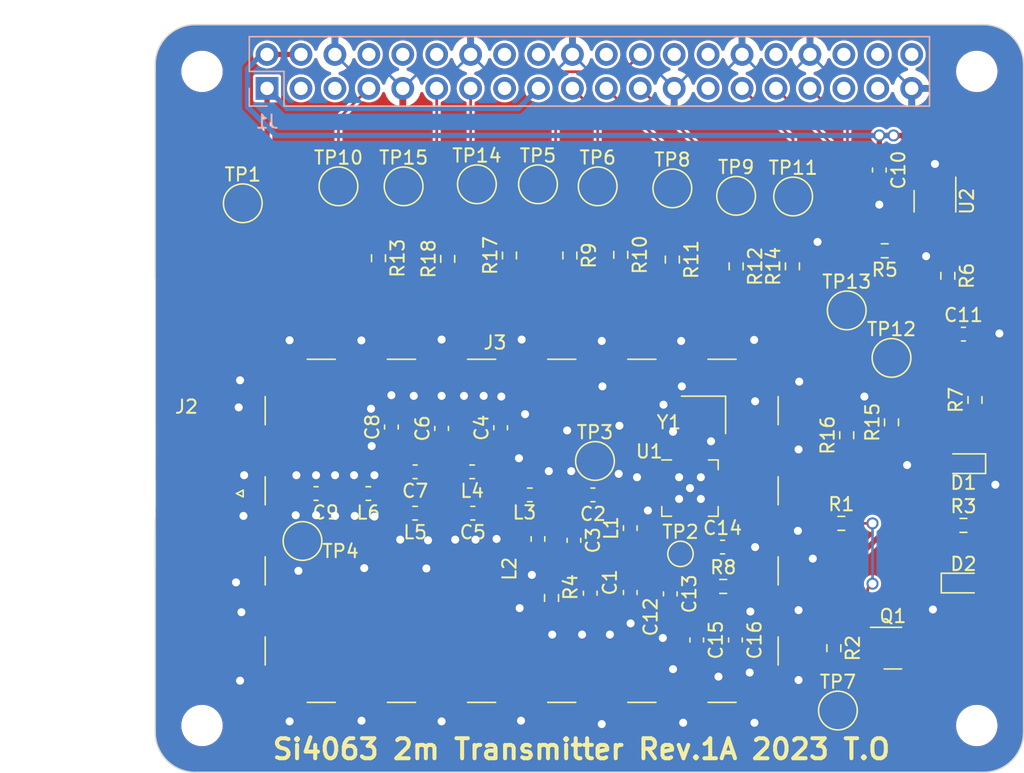
<source format=kicad_pcb>
(kicad_pcb (version 20211014) (generator pcbnew)
  (title_block (date "15 nov 2012"))
  (layers (0 "F.Cu" signal) (31 "B.Cu" signal) (34 "B.Paste" user) (35 "F.Paste" user) (36 "B.SilkS" user "B.Silkscreen") (37 "F.SilkS" user "F.Silkscreen") (38 "B.Mask" user) (39 "F.Mask" user) (44 "Edge.Cuts" user))
  (net 0 "")
  (net 1 "GND")
  (net 2 "/GPIO[2]{slash}SDA1")
  (net 3 "/GPIO[3]{slash}SCL1")
  (net 4 "+3.3VA")
  (net 5 "/GPIO[14]{slash}TXD0")
  (net 6 "/GPIO[15]{slash}RXD0")
  (net 7 "Net-(C2-Pad1)")
  (net 8 "/GPIO[18]{slash}PCM.CLK")
  (net 9 "Net-(C2-Pad2)")
  (net 10 "Net-(C3-Pad2)")
  (net 11 "/GPIO[23]")
  (net 12 "/GPIO[24]")
  (net 13 "Net-(C4-Pad1)")
  (net 14 "Net-(C5-Pad2)")
  (net 15 "/GPIO[25]")
  (net 16 "Net-(C7-Pad2)")
  (net 17 "Net-(C9-Pad1)")
  (net 18 "/GPIO[7]{slash}SPI0.CE1")
  (net 19 "/ID_SDA")
  (net 20 "/ID_SCL")
  (net 21 "/rf/RF_OUT")
  (net 22 "Net-(C14-Pad1)")
  (net 23 "/GPIO[12]{slash}PWM0")
  (net 24 "/power/LED_3.3")
  (net 25 "/GPIO[19]{slash}PCM.FS")
  (net 26 "/GPIO[16]")
  (net 27 "/GPIO[26]")
  (net 28 "/GPIO[20]{slash}PCM.DIN")
  (net 29 "/GPIO[21]{slash}PCM.DOUT")
  (net 30 "+5V")
  (net 31 "Net-(J1-Pad1)")
  (net 32 "/GPIO4_SDN")
  (net 33 "/GPIO17_GPIO3")
  (net 34 "/GPIO27_GPIO2")
  (net 35 "/GPIO22_")
  (net 36 "/SPI0.MOSI")
  (net 37 "/SPI0.MISO")
  (net 38 "/SPI0.SCLK")
  (net 39 "/SPI0.CE0")
  (net 40 "/GPIO5_nIRQ")
  (net 41 "/GPIO6_GPIO1")
  (net 42 "/GPIO13_GPIO0")
  (net 43 "Net-(R1-Pad1)")
  (net 44 "Net-(Q1-Pad1)")
  (net 45 "Net-(R5-Pad1)")
  (net 46 "Net-(R6-Pad1)")
  (net 47 "Net-(R11-Pad2)")
  (net 48 "Net-(R9-Pad2)")
  (net 49 "Net-(R10-Pad2)")
  (net 50 "Net-(R12-Pad2)")
  (net 51 "Net-(R13-Pad2)")
  (net 52 "Net-(R16-Pad1)")
  (net 53 "Net-(R14-Pad1)")
  (net 54 "Net-(R15-Pad1)")
  (net 57 "Net-(U1-Pad16)")
  (net 58 "Net-(U1-Pad17)")
  (net 59 "Net-(R17-Pad1)")
  (net 60 "Net-(R18-Pad1)")
  (net 61 "Net-(D2-Pad1)")
  (net 62 "Net-(D2-Pad2)")
  (footprint "TestPoint:TestPoint_Pad_D2.5mm" (layer "F.Cu") (at 151.7652 65.4052)
    (fp_text reference "TP13")
    (fp_text value "GPIO1")
  )
  (footprint "Inductor_SMD:L_0603_1608Metric_Pad1.05x0.95mm_HandSolder" (layer "F.Cu") (at 128.6512 82.5248 -90)
    (property "Reference" "L?")
    (property "Value" "100nH")
    (fp_text reference "L2")
    (fp_text value "100nH")
  )
  (footprint "Resistor_SMD:R_0603_1608Metric_Pad0.98x0.95mm_HandSolder" (layer "F.Cu") (at 151.3588 81.3564)
    (property "Reference" "R?")
    (property "Value" "2.2k")
    (fp_text reference "R1")
    (fp_text value "2.2k")
  )
  (footprint "MountingHole:MountingHole_2.7mm_M2.5" (layer "F.Cu") (at 161.5 47.5)
    (fp_text reference "MH2" hide)
    (fp_text value "MountingHole_2.7mm_M2.5" hide)
  )
  (footprint "TestPoint:TestPoint_Pad_D2.5mm" (layer "F.Cu") (at 155.118 68.9612)
    (fp_text reference "TP12")
    (fp_text value "GPIO0")
  )
  (footprint "Inductor_SMD:L_0603_1608Metric_Pad1.05x0.95mm_HandSolder" (layer "F.Cu") (at 135.56 81.712 90)
    (property "Reference" "L?")
    (property "Value" "390nH")
    (fp_text reference "L1")
    (fp_text value "390nH")
  )
  (footprint "Diode_SMD:D_0603_1608Metric_Pad1.05x0.95mm_HandSolder" (layer "F.Cu") (at 160.5028 76.886 180)
    (fp_text reference "D1")
    (fp_text value "PWR")
  )
  (footprint "TestPoint:TestPoint_Pad_D2.5mm" (layer "F.Cu") (at 133.1216 56.1088)
    (fp_text reference "TP6")
    (fp_text value "SDI")
  )
  (footprint "Inductor_SMD:L_0603_1608Metric_Pad1.05x0.95mm_HandSolder" (layer "F.Cu") (at 128.0416 79.2228 180)
    (property "Reference" "L?")
    (property "Value" "56nH")
    (fp_text reference "L3")
    (fp_text value "56nH")
  )
  (footprint "Resistor_SMD:R_0603_1608Metric_Pad0.98x0.95mm_HandSolder" (layer "F.Cu") (at 121.8948 61.5444 90)
    (fp_text reference "R18")
    (fp_text value "47")
  )
  (footprint "Resistor_SMD:R_0603_1608Metric_Pad0.98x0.95mm_HandSolder" (layer "F.Cu") (at 159.3344 62.8144 -90)
    (fp_text reference "R6")
    (fp_text value "0")
  )
  (footprint "Capacitor_SMD:C_0603_1608Metric_Pad1.08x0.95mm_HandSolder" (layer "F.Cu") (at 142.4688 83.1344)
    (fp_text reference "C14")
    (fp_text value "104")
  )
  (footprint "Capacitor_SMD:C_0603_1608Metric_Pad1.08x0.95mm_HandSolder" (layer "F.Cu") (at 132.5628 86.5888 -90)
    (property "Reference" "C?")
    (property "Value" "471")
    (fp_text reference "C1")
    (fp_text value "471")
  )
  (footprint "Resistor_SMD:R_0603_1608Metric_Pad0.98x0.95mm_HandSolder" (layer "F.Cu") (at 150.8 90.7036 -90)
    (property "Reference" "R?")
    (property "Value" "10k")
    (fp_text reference "R2")
    (fp_text value "10k")
  )
  (footprint "Capacitor_SMD:C_0603_1608Metric_Pad1.08x0.95mm_HandSolder" (layer "F.Cu") (at 121.4376 74.2444 90)
    (property "Reference" "C?")
    (property "Value" "22pF")
    (fp_text reference "C6")
    (fp_text value "22pF")
  )
  (footprint "TestPoint:TestPoint_Pad_D2.5mm" (layer "F.Cu") (at 113.716 56.1088)
    (fp_text reference "TP10")
    (fp_text value "SDN")
  )
  (footprint "Capacitor_SMD:C_0603_1608Metric_Pad1.08x0.95mm_HandSolder" (layer "F.Cu") (at 119.4564 77.4956 180)
    (fp_text reference "C7")
    (fp_text value "2.4pF")
  )
  (footprint "TestPoint:TestPoint_Pad_D2.5mm" (layer "F.Cu") (at 111.0236 82.6772)
    (fp_text reference "TP4")
    (fp_text value "GND")
  )
  (footprint "Resistor_SMD:R_0603_1608Metric_Pad0.98x0.95mm_HandSolder" (layer "F.Cu") (at 131.0388 61.2904 -90)
    (fp_text reference "R9")
    (fp_text value "47")
  )
  (footprint "Resistor_SMD:R_0603_1608Metric_Pad0.98x0.95mm_HandSolder" (layer "F.Cu") (at 151.7652 74.7524 90)
    (fp_text reference "R16")
    (fp_text value "47")
  )
  (footprint "TestPoint:TestPoint_Pad_D2.5mm" (layer "F.Cu") (at 138.7096 56.2612)
    (fp_text reference "TP8")
    (fp_text value "SDO")
  )
  (footprint "Resistor_SMD:R_0603_1608Metric_Pad0.98x0.95mm_HandSolder" (layer "F.Cu") (at 143.4848 62.1032 -90)
    (fp_text reference "R12")
    (fp_text value "39")
  )
  (footprint "TestPoint:TestPoint_Pad_D2.5mm" (layer "F.Cu") (at 151.1048 95.3772)
    (fp_text reference "TP7")
    (fp_text value "GND")
  )
  (footprint "RF_Shielding:Laird_Technologies_BMI-S-205-F_38.10x25.40mm" (layer "F.Cu") (at 127.432 81.9152)
    (fp_text reference "J3")
    (fp_text value "RFShield_TwoPieces")
  )
  (footprint "Resistor_SMD:R_0603_1608Metric_Pad0.98x0.95mm_HandSolder" (layer "F.Cu") (at 126.5176 61.2904 90)
    (fp_text reference "R17")
    (fp_text value "47")
  )
  (footprint "Resistor_SMD:R_0603_1608Metric_Pad0.98x0.95mm_HandSolder" (layer "F.Cu") (at 155.118 73.7872 90)
    (fp_text reference "R15")
    (fp_text value "47")
  )
  (footprint "TestPoint:TestPoint_Pad_D2.5mm" (layer "F.Cu") (at 124.0792 55.9564)
    (fp_text reference "TP14")
    (fp_text value "GPIO2")
  )
  (footprint "Inductor_SMD:L_0603_1608Metric_Pad1.05x0.95mm_HandSolder" (layer "F.Cu") (at 123.7236 77.4956 180)
    (property "Reference" "L?")
    (property "Value" "82nH")
    (fp_text reference "L4")
    (fp_text value "82nH")
  )
  (footprint "Package_TO_SOT_SMD:SOT-23-5" (layer "F.Cu") (at 158.3692 57.2264 -90)
    (fp_text reference "U2")
    (fp_text value "MIC5365-3.3YD5")
  )
  (footprint "TestPoint:TestPoint_Pad_D2.5mm" (layer "F.Cu") (at 143.4848 56.82)
    (fp_text reference "TP9")
    (fp_text value "SCLK")
  )
  (footprint "Package_DFN_QFN:QFN-20-1EP_4x4mm_P0.5mm_EP2.6x2.6mm" (layer "F.Cu") (at 140.0304 78.7148)
    (fp_text reference "U1")
    (fp_text value "Si4063")
  )
  (footprint "Capacitor_SMD:C_0603_1608Metric_Pad1.08x0.95mm_HandSolder" (layer "F.Cu") (at 160.5028 67.1832)
    (fp_text reference "C11")
    (fp_text value "105")
  )
  (footprint "TestPoint:TestPoint_Pad_D2.5mm" (layer "F.Cu") (at 118.5928 56.1088)
    (fp_text reference "TP15")
    (fp_text value "GPIO3")
  )
  (footprint "Package_TO_SOT_SMD:SOT-23" (layer "F.Cu") (at 155.2196 90.7036)
    (property "Reference" "Q?")
    (property "Value" "Q_NMOS_GSD")
    (fp_text reference "Q1")
    (fp_text value "Q_NMOS_GSD")
  )
  (footprint "Resistor_SMD:R_0603_1608Metric_Pad0.98x0.95mm_HandSolder" (layer "F.Cu") (at 160.5028 81.5088)
    (property "Reference" "R?")
    (property "Value" "271")
    (fp_text reference "R3")
    (fp_text value "271")
  )
  (footprint "Resistor_SMD:R_0603_1608Metric_Pad0.98x0.95mm_HandSolder" (layer "F.Cu") (at 142.5196 86.0808)
    (fp_text reference "R8")
    (fp_text value "4R7")
  )
  (footprint "MountingHole:MountingHole_2.7mm_M2.5" (layer "F.Cu") (at 103.5 96.5)
    (fp_text reference "MH3" hide)
    (fp_text value "MountingHole_2.7mm_M2.5" hide)
  )
  (footprint "Capacitor_SMD:C_0603_1608Metric_Pad1.08x0.95mm_HandSolder" (layer "F.Cu") (at 140.5384 90.094 -90)
    (fp_text reference "C15")
    (fp_text value "104")
  )
  (footprint "Capacitor_SMD:C_0603_1608Metric_Pad1.08x0.95mm_HandSolder" (layer "F.Cu") (at 135.56 86.538 -90)
    (fp_text reference "C12")
    (fp_text value "101")
  )
  (footprint "TestPoint:TestPoint_Pad_D2.5mm" (layer "F.Cu") (at 147.752 56.8708)
    (fp_text reference "TP11")
    (fp_text value "nIRQ")
  )
  (footprint "MountingHole:MountingHole_2.7mm_M2.5" (layer "F.Cu") (at 103.5 47.5)
    (fp_text reference "MH1" hide)
    (fp_text value "MountingHole_2.7mm_M2.5" hide)
  )
  (footprint "Resistor_SMD:R_0603_1608Metric_Pad0.98x0.95mm_HandSolder" (layer "F.Cu") (at 134.8488 61.2396 -90)
    (fp_text reference "R10")
    (fp_text value "39")
  )
  (footprint "Resistor_SMD:R_0603_1608Metric_Pad0.98x0.95mm_HandSolder" (layer "F.Cu") (at 129.6672 86.9444 -90)
    (property "Reference" "R?")
    (property "Value" "50")
    (fp_text reference "R4")
    (fp_text value "50")
  )
  (footprint "Capacitor_SMD:C_0603_1608Metric_Pad1.08x0.95mm_HandSolder" (layer "F.Cu") (at 138.5572 86.6396 -90)
    (fp_text reference "C13")
    (fp_text value "471")
  )
  (footprint "Capacitor_SMD:C_0603_1608Metric_Pad1.08x0.95mm_HandSolder" (layer "F.Cu") (at 125.8572 74.1936 90)
    (property "Reference" "C?")
    (property "Value" "22pF")
    (fp_text reference "C4")
    (fp_text value "22pF")
  )
  (footprint "Inductor_SMD:L_0603_1608Metric_Pad1.05x0.95mm_HandSolder" (layer "F.Cu") (at 115.9512 79.1212 180)
    (property "Reference" "L?")
    (property "Value" "33nH")
    (fp_text reference "L6")
    (fp_text value "33nH")
  )
  (footprint "Capacitor_SMD:C_0603_1608Metric_Pad1.08x0.95mm_HandSolder" (layer "F.Cu") (at 154.2036 54.8896 -90)
    (fp_text reference "C10")
    (fp_text value "105")
  )
  (footprint "Diode_SMD:D_0603_1608Metric_Pad1.05x0.95mm_HandSolder" (layer "F.Cu") (at 160.5028 85.8268)
    (property "Reference" "D?")
    (property "Value" "LED")
    (fp_text reference "D2")
    (fp_text value "LED")
  )
  (footprint "Capacitor_SMD:C_0603_1608Metric_Pad1.08x0.95mm_HandSolder" (layer "F.Cu") (at 117.6784 74.1428 90)
    (property "Reference" "C?")
    (property "Value" "13pF")
    (fp_text reference "C8")
    (fp_text value "13pF")
  )
  (footprint "Resistor_SMD:R_0603_1608Metric_Pad0.98x0.95mm_HandSolder" (layer "F.Cu") (at 147.7012 62.1032 90)
    (fp_text reference "R14")
    (fp_text value "47")
  )
  (footprint "Capacitor_SMD:C_0603_1608Metric_Pad1.08x0.95mm_HandSolder" (layer "F.Cu") (at 131.3436 82.6264 -90)
    (property "Reference" "C?")
    (property "Value" "13pF")
    (fp_text reference "C3")
    (fp_text value "13pF")
  )
  (footprint "Inductor_SMD:L_0603_1608Metric_Pad1.05x0.95mm_HandSolder" (layer "F.Cu") (at 119.4564 80.5944 180)
    (property "Reference" "L?")
    (property "Value" "56nH")
    (fp_text reference "L5")
    (fp_text value "56nH")
  )
  (footprint "Resistor_SMD:R_0603_1608Metric_Pad0.98x0.95mm_HandSolder" (layer "F.Cu") (at 116.7132 61.4936 -90)
    (fp_text reference "R13")
    (fp_text value "47")
  )
  (footprint "MountingHole:MountingHole_2.7mm_M2.5" (layer "F.Cu") (at 161.5 96.5)
    (fp_text reference "MH4" hide)
    (fp_text value "MountingHole_2.7mm_M2.5" hide)
  )
  (footprint "TestPoint:TestPoint_Pad_D2.5mm" (layer "F.Cu") (at 106.5532 57.3788)
    (property "Reference" "TP1")
    (property "Value" "3.3V")
    (fp_text reference "TP1")
    (fp_text value "3.3V")
  )
  (footprint "Resistor_SMD:R_0603_1608Metric_Pad0.98x0.95mm_HandSolder" (layer "F.Cu") (at 138.7096 61.5952 -90)
    (fp_text reference "R11")
    (fp_text value "39")
  )
  (footprint "TestPoint:TestPoint_Pad_D2.5mm" (layer "F.Cu") (at 132.9184 76.6828)
    (fp_text reference "TP3")
    (fp_text value "GND")
  )
  (footprint "Capacitor_SMD:C_0603_1608Metric_Pad1.08x0.95mm_HandSolder" (layer "F.Cu") (at 132.766 79.2228 180)
    (property "Reference" "C?")
    (property "Value" "470pF")
    (fp_text reference "C2")
    (fp_text value "471")
  )
  (footprint "Capacitor_SMD:C_0603_1608Metric_Pad1.08x0.95mm_HandSolder" (layer "F.Cu") (at 143.434 90.094 -90)
    (fp_text reference "C16")
    (fp_text value "225")
  )
  (footprint "Resistor_SMD:R_0603_1608Metric_Pad0.98x0.95mm_HandSolder" (layer "F.Cu") (at 154.61 60.9348 180)
    (fp_text reference "R5")
    (fp_text value "0")
  )
  (footprint "Resistor_SMD:R_0603_1608Metric_Pad0.98x0.95mm_HandSolder" (layer "F.Cu") (at 161.3664 72.1108 90)
    (fp_text reference "R7")
    (fp_text value "391")
  )
  (footprint "Capacitor_SMD:C_0603_1608Metric_Pad1.08x0.95mm_HandSolder" (layer "F.Cu") (at 123.7744 80.5944 180)
    (property "Reference" "C?")
    (property "Value" "3.6pF")
    (fp_text reference "C5")
    (fp_text value "3.6pF")
  )
  (footprint "TestPoint:TestPoint_Pad_D1.5mm" (layer "F.Cu") (at 139.3192 83.6424)
    (property "Reference" "TP?")
    (property "Value" "TestPoint")
    (fp_text reference "TP2")
    (fp_text value "TXRAMP")
  )
  (footprint "Capacitor_SMD:C_0603_1608Metric_Pad1.08x0.95mm_HandSolder" (layer "F.Cu") (at 112.0396 79.1212 180)
    (property "Reference" "C?")
    (property "Value" "470pF")
    (fp_text reference "C9")
    (fp_text value "471")
  )
  (footprint "TestPoint:TestPoint_Pad_D2.5mm" (layer "F.Cu") (at 128.6512 55.9564)
    (fp_text reference "TP5")
    (fp_text value "nSEL")
  )
  (footprint "Crystal:Crystal_SMD_2520-4Pin_2.5x2.0mm" (layer "F.Cu") (at 141.0464 73.2284 180)
    (fp_text reference "Y1")
    (fp_text value "30MHz")
  )
  (footprint "Connector_Coaxial:SMA_Amphenol_132289_EdgeMount" (layer "F.Cu") (at 102.8733 79.1212 180)
    (fp_text reference "J2")
    (fp_text value "Conn_Coaxial")
  )
  (footprint "Connector_PinSocket_2.54mm:PinSocket_2x20_P2.54mm_Vertical" (layer "B.Cu") (at 108.37 48.77 -90)
    (fp_text reference "J1")
    (fp_text value "GPIO")
  )
  (gr_poly (pts (xy 137.2364 79.2228) (xy 135.56 79.4768) (xy 135.56 78.918)) (layer "F.Cu") (width 0.2) (fill solid))
  (gr_arc (start 162 44) (mid 164.12132 44.87868) (end 165 47) (layer "Edge.Cuts") (width 0.1))
  (gr_line (start 100 63) (end 100 81) (layer "Edge.Cuts") (width 0.05))
  (gr_line (start 165 97) (end 165 47) (layer "Edge.Cuts") (width 0.1))
  (gr_line (start 100 47) (end 100 63) (layer "Edge.Cuts") (width 0.1))
  (gr_arc (start 103 100) (mid 100.87868 99.12132) (end 100 97) (layer "Edge.Cuts") (width 0.1))
  (gr_line (start 103 100) (end 162 100) (layer "Edge.Cuts") (width 0.1))
  (gr_arc (start 165 97) (mid 164.12132 99.12132) (end 162 100) (layer "Edge.Cuts") (width 0.1))
  (gr_arc (start 100 47) (mid 100.87868 44.87868) (end 103 44) (layer "Edge.Cuts") (width 0.1))
  (gr_line (start 100 81) (end 100 97) (layer "Edge.Cuts") (width 0.1))
  (gr_line (start 162 44) (end 103 44) (layer "Edge.Cuts") (width 0.1))
  (gr_text "Si4063 2m Transmitter Rev.1A 2023 T.O" (at 131.9024 98.2728) (layer "F.SilkS") (effects (font (size 1.5 1.5) (thickness 0.3))))
  (segment (start 110.032 96.1636) (end 110.0584 96.19) (width 0.2) (layer "F.Cu") (net 1))
  (segment (start 123.114 71.806) (end 124.5872 71.806) (width 0.2) (layer "F.Cu") (net 1))
  (segment (start 102.8733 83.3712) (end 106.9424 83.3712) (width 0.2) (layer "F.Cu") (net 1))
  (segment (start 107.026 83.3712) (end 107.3144 83.0828) (width 0.2) (layer "F.Cu") (net 1))
  (segment (start 139.624 96.3932) (end 139.5224 96.2916) (width 0.2) (layer "F.Cu") (net 1))
  (segment (start 152.4764 60.9348) (end 152.4256 60.884) (width 0.2) (layer "F.Cu") (net 1))
  (segment (start 153.6975 60.9348) (end 152.4764 60.9348) (width 0.2) (layer "F.Cu") (net 1))
  (segment (start 148.1584 93.0912) (end 149.3249 93.0912) (width 0.2) (layer "F.Cu") (net 1))
  (segment (start 116.8148 71.806) (end 119.3548 71.806) (width 0.2) (layer "F.Cu") (net 1))
  (segment (start 119.3548 71.806) (end 121.4376 71.806) (width 0.2) (layer "F.Cu") (net 1))
  (segment (start 139.37 67.6912) (end 139.37 69.2532) (width 0.2) (layer "F.Cu") (net 1))
  (segment (start 144.8564 96.2916) (end 144.832 96.2672) (width 0.2) (layer "F.Cu") (net 1))
  (segment (start 135.5854 88.8494) (end 135.6108 88.8748) (width 0.2) (layer "F.Cu") (net 1))
  (segment (start 107.3144 83.0828) (end 108.482 81.9152) (width 0.2) (layer "F.Cu") (net 1))
  (segment (start 116.2052 75.5652) (end 113.9711 73.3311) (width 0.2) (layer "F.Cu") (net 1))
  (segment (start 163.384 77.9672) (end 162.8904 78.4608) (width 0.4) (layer "F.Cu") (net 1))
  (segment (start 108.482 87.1492) (end 110.7188 84.9124) (width 0.2) (layer "F.Cu") (net 1))
  (segment (start 110.5156 80.7468) (end 112.0396 80.7468) (width 0.2) (layer "F.Cu") (net 1))
  (segment (start 110.032 69.3152) (end 110.032 67.6668) (width 0.2) (layer "F.Cu") (net 1))
  (segment (start 112.0396 80.7468) (end 113.4112 80.7468) (width 0.2) (layer "F.Cu") (net 1))
  (segment (start 116.5089 73.3311) (end 115.6475 73.3311) (width 0.2) (layer "F.Cu") (net 1))
  (segment (start 106.604 80.7976) (end 106.604 82.3724) (width 0.2) (layer "F.Cu") (net 1))
  (segment (start 106.6548 74.9392) (end 106.5868 74.8712) (width 0.2) (layer "F.Cu") (net 1))
  (segment (start 144.832 69.3152) (end 144.832 67.614) (width 0.2) (layer "F.Cu") (net 1))
  (segment (start 132.4104 77.4448) (end 133.02 76.8352) (width 0.2) (layer "F.Cu") (net 1))
  (segment (start 127.432 96.0884) (end 127.432 94.5152) (width 0.2) (layer "F.Cu") (net 1))
  (segment (start 162.3835 69.0131) (end 163.384 70.0136) (width 0.4) (layer "F.Cu") (net 1))
  (segment (start 132.5628 88.3668) (end 132.5628 87.4513) (width 0.8) (layer "F.Cu") (net 1))
  (segment (start 133.4264 96.2916) (end 133.432 96.286) (width 0.2) (layer "F.Cu") (net 1))
  (segment (start 106.35 88.1128) (end 106.35 93.142) (width 0.2) (layer "F.Cu") (net 1))
  (segment (start 116.1544 72.7712) (end 115.6475 73.2781) (width 0.2) (layer "F.Cu") (net 1))
  (segment (start 163.1444 67.1832) (end 163.1952 67.1324) (width 0.4) (layer "F.Cu") (net 1))
  (segment (start 127.432 69.3152) (end 127.432 67.5896) (width 0.2) (layer "F.Cu") (net 1))
  (segment (start 116.5089 73.3311) (end 116.8148 73.0252) (width 0.2) (layer "F.Cu") (net 1))
  (segment (start 144.5008 92.5324) (end 143.0276 92.5324) (width 0.2) (layer "F.Cu") (net 1))
  (segment (start 142.8244 92.3292) (end 143.434 91.7196) (width 0.2) (layer "F.Cu") (net 1))
  (segment (start 121.432 96.1844) (end 121.432 94.5152) (width 0.2) (layer "F.Cu") (net 1))
  (segment (start 133.432 69.3152) (end 133.432 71.0496) (width 0.2) (layer "F.Cu") (net 1))
  (segment (start 106.9424 83.3712) (end 108.482 84.9108) (width 0.2) (layer "F.Cu") (net 1))
  (segment (start 153.594 62.2048) (end 156.8452 62.2048) (width 0.2) (layer "F.Cu") (net 1))
  (segment (start 106.35 70.6376) (end 106.4026 70.6902) (width 0.2) (layer "F.Cu") (net 1))
  (segment (start 142.164 92.8372) (end 141.3004 92.8372) (width 0.2) (layer "F.Cu") (net 1))
  (segment (start 144.8564 96.2916) (end 144.7548 96.3932) (width 0.2) (layer "F.Cu") (net 1))
  (segment (start 138.5572 87.5021) (end 138.5572 88.4176) (width 0.8) (layer "F.Cu") (net 1))
  (segment (start 146.382 81.9152) (end 146.1264 81.9152) (width 0.2) (layer "F.Cu") (net 1))
  (segment (start 106.4516 86.1824) (end 106.4516 88.0112) (width 0.2) (layer "F.Cu") (net 1))
  (segment (start 158.6232 93.65) (end 158.6232 88.2144) (width 0.2) (layer "F.Cu") (net 1))
  (segment (start 156.8452 62.2048) (end 157.7088 61.3412) (width 0.2) (layer "F.Cu") (net 1))
  (segment (start 153.086 61.6968) (end 153.594 62.2048) (width 0.2) (layer "F.Cu") (net 1))
  (segment (start 149.3249 93.0912) (end 150.8 91.6161) (width 0.2) (layer "F.Cu") (net 1))
  (segment (start 163.384 70.0136) (end 163.384 77.9672) (width 0.4) (layer "F.Cu") (net 1))
  (segment (start 108.482 75.9152) (end 107.438 74.8712) (width 0.2) (layer "F.Cu") (net 1))
  (segment (start 110.0584 67.6404) (end 110.032 67.6668) (width 0.2) (layer "F.Cu") (net 1))
  (segment (start 154.584596 93.65) (end 158.6232 93.65) (width 0.2) (layer "F.Cu") (net 1))
  (segment (start 115.4432 96.1392) (end 110.1092 96.1392) (width 0.2) (layer "F.Cu") (net 1))
  (segment (start 143.0276 92.5324) (end 142.8244 92.3292) (width 0.2) (layer "F.Cu") (net 1))
  (segment (start 146.1264 81.9152) (end 144.9072 83.1344) (width 0.2) (layer "F.Cu") (net 1))
  (segment (start 139.432 69.3152) (end 139.432 71.0836) (width 0.2) (layer "F.Cu") (net 1))
  (segment (start 133.02 76.8352) (end 133.8328 77.648) (width 0.2) (layer "F.Cu") (net 1))
  (segment (start 146.382 70.6902) (end 148.1602 70.6902) (width 0.2) (layer "F.Cu") (net 1))
  (segment (start 153.086 61.5463) (end 153.086 61.6968) (width 0.2) (layer "F.Cu") (net 1))
  (segment (start 146.382 93.1402) (end 149.481 93.1402) (width 0.2) (layer "F.Cu") (net 1))
  (segment (start 133.432 71.0496) (end 133.4772 71.0948) (width 0.2) (layer "F.Cu") (net 1))
  (segment (start 133.528 96.2916) (end 133.4264 96.3932) (width 0.2) (layer "F.Cu") (net 1))
  (segment (start 116.3576 80.7976) (end 116.4084 80.8484) (width 0.2) (layer "F.Cu") (net 1))
  (segment (start 135.5854 88.8494) (end 135.3568 89.078) (width 0.2) (layer "F.Cu") (net 1))
  (segment (start 106.2484 70.7392) (end 106.35 70.6376) (width 0.2) (layer "F.Cu") (net 1))
  (segment (start 146.382 87.9152) (end 148.102 87.9152) (width 0.2) (layer "F.Cu") (net 1))
  (segment (start 121.4376 67.5896) (end 121.432 67.5952) (width 0.2) (layer "F.Cu") (net 1))
  (segment (start 161.3653 69.0131) (end 162.3835 69.0131) (width 0.4) (layer "F.Cu") (net 1))
  (segment (start 141.3004 92.8372) (end 140.5384 92.0752) (width 0.2) (layer "F.Cu") (net 1))
  (segment (start 154.2821 91.6536) (end 152.6948 91.6536) (width 0.2) (layer "F.Cu") (net 1))
  (segment (start 116.4084 77.7496) (end 116.2052 77.5464) (width 0.2) (layer "F.Cu") (net 1))
  (segment (start 157.7088 75.5652) (end 156.2864 76.9876) (width 0.2) (layer "F.Cu") (net 1))
  (segment (start 120.2946 84.7346) (end 124.3078 84.7346) (width 0.2) (layer "F.Cu") (net 1))
  (segment (start 144.7548 96.3932) (end 139.624 96.3932) (width 0.2) (layer "F.Cu") (net 1))
  (segment (start 148.102 87.9152) (end 148.1584 87.8588) (width 0.2) (layer "F.Cu") (net 1))
  (segment (start 106.604 82.3724) (end 107.3144 83.0828) (width 0.2) (layer "F.Cu") (net 1))
  (segment (start 106.4026 70.6902) (end 108.482 70.6902) (width 0.2) (layer "F.Cu") (net 1))
  (segment (start 135.56 88.824) (end 135.5854 88.8494) (width 0.2) (layer "F.Cu") (net 1))
  (segment (start 152.6948 91.6536) (end 150.8375 91.6536) (width 0.2) (layer "F.Cu") (net 1))
  (segment (start 127.3812 96.1392) (end 121.4884 96.1392) (width 0.2) (layer "F.Cu") (net 1))
  (segment (start 139.5224 96.2916) (end 139.432 96.2012) (width 0.2) (layer "F.Cu") (net 1))
  (segment (start 161.3653 71.1972) (end 161.3664 71.1983) (width 0.4) (layer "F.Cu") (net 1))
  (segment (start 128.194 85.2172) (end 128.194 86.792) (width 0.2) (layer "F.Cu") (net 1))
  (segment (start 118.3388 82.5756) (end 118.3896 82.6264) (width 0.2) (layer "F.Cu") (net 1))
  (segment (start 133.4264 96.3932) (end 133.4264 96.2916) (width 0.2) (layer "F.Cu") (net 1))
  (segment (start 136.8808 80.3912) (end 136.8808 80.0356) (width 0.2) (layer "F.Cu") (net 1))
  (segment (start 115.432 96.128) (end 115.432 94.5152) (width 0.2) (layer "F.Cu") (net 1))
  (segment (start 120.2692 84.7092) (end 120.2946 84.7346) (width 0.2) (layer "F.Cu") (net 1))
  (segment (start 146.382 75.9152) (end 148.0624 75.9152) (width 0.2) (layer "F.Cu") (net 1))
  (segment (start 154.127396 94.1072) (end 154.584596 93.65) (width 0.2) (layer "F.Cu") (net 1))
  (segment (start 122.4536 82.5756) (end 120.4724 82.5756) (width 0.2) (layer "F.Cu") (net 1))
  (segment (start 107.438 74.8712) (end 106.5868 74.8712) (width 0.2) (layer "F.Cu") (net 1))
  (segment (start 131.1404 77.4448) (end 132.4104 77.4448) (width 0.2) (layer "F.Cu") (net 1))
  (segment (start 154.2036 55.7521) (end 154.2036 57.4804) (width 0.4) (layer "F.Cu") (net 1))
  (segment (start 108.482 87.9152) (end 106.6604 87.9152) (width 0.2) (layer "F.Cu") (net 1))
  (segment (start 111.0236 82.6772) (end 111.0236 84.6076) (width 0.2) (layer "F.Cu") (net 1))
  (segment (start 120.2946 84.7346) (end 120.3708 84.8108) (width 0.2) (layer "F.Cu") (net 1))
  (segment (start 144.832 96.2672) (end 144.832 94.5152) (width 0.2) (layer "F.Cu") (net 1))
  (segment (start 106.4516 88.0112) (end 106.35 88.1128) (width 0.2) (layer "F.Cu") (net 1))
  (segment (start 113.462 77.7496) (end 114.8844 77.7496) (width 0.2) (layer "F.Cu") (net 1))
  (segment (start 115.4432 96.1392) (end 115.432 96.128) (width 0.2) (layer "F.Cu") (net 1))
  (segment (start 139.5224 96.2916) (end 133.528 96.2916) (width 0.2) (layer "F.Cu") (net 1))
  (segment (start 133.3248 96.2916) (end 127.5336 96.2916) (width 0.2) (layer "F.Cu") (net 1))
  (segment (start 113.4112 80.7468) (end 113.462 80.7976) (width 0.2) (layer "F.Cu") (net 1))
  (segment (start 133.4264 67.6912) (end 133.4264 69.3096) (width 0.2) (layer "F.Cu") (net 1))
  (segment (start 115.4432 84.9124) (end 115.6464 84.7092) (width 0.2) (layer "F.Cu") (net 1))
  (segment (start 116.2052 77.5464) (end 116.2052 75.5652) (width 0.2) (layer "F.Cu") (net 1))
  (segment (start 106.6548 77.7496) (end 106.6548 74.9392) (width 0.2) (layer "F.Cu") (net 1))
  (segment (start 161.3653 67.1832) (end 161.3653 69.0131) (width 0.4) (layer "F.Cu") (net 1))
  (segment (start 140.294 72.5284) (end 140.1714 72.5284) (width 0.2) (layer "F.Cu") (net 1))
  (segment (start 133.274 89.078) (end 132.5628 88.3668) (width 0.2) (layer "F.Cu") (net 1))
  (segment (start 152.6948 91.6536) (end 152.6948 93.2588) (width 0.2) (layer "F.Cu") (net 1))
  (segment (start 158.6232 88.2144) (end 158.2168 87.808) (width 0.2) (layer "F.Cu") (net 1))
  (segment (start 110.5156 80.7468) (end 110.5156 82.1692) (width 0.2) (layer "F.Cu") (net 1))
  (segment (start 142.164 92.8372) (end 142.3164 92.8372) (width 0.2) (layer "F.Cu") (net 1))
  (segment (start 161.3653 69.0131) (end 161.3653 71.1972) (width 0.4) (layer "F.Cu") (net 1))
  (segment (start 133.432 96.286) (end 133.432 94.5152) (width 0.2) (layer "F.Cu") (net 1))
  (segment (start 115.6475 73.3311) (end 113.8673 73.3311) (width 0.2) (layer "F.Cu") (net 1))
  (segment (start 136.8808 80.0356) (end 137.2016 79.7148) (width 0.2) (layer "F.Cu") (net 1))
  (segment (start 135.3568 89.078) (end 133.274 89.078) (width 0.2) (layer "F.Cu") (net 1))
  (segment (start 111.0661 73.3311) (end 108.482 75.9152) (width 0.2) (layer "F.Cu") (net 1))
  (segment (start 140.486 94.5152) (end 139.432 94.5152) (width 0.2) (layer "F.Cu") (net 1))
  (segment (start 121.4376 71.806) (end 123.114 71.806) (width 0.2) (layer "F.Cu") (net 1))
  (segment (start 143.434 91.7196) (end 143.434 90.9565) (width 0.2) (layer "F.Cu") (net 1))
  (segment (start 106.5868 74.8712) (end 102.8733 74.8712) (width 0.2) (layer "F.Cu") (net 1))
  (segment (start 140.5384 92.126) (end 140.5384 90.9565) (width 0.2) (layer "F.Cu") (net 1))
  (segment (start 136.068 77.902) (end 134.9504 77.902) (width 0.2) (layer "F.Cu") (net 1))
  (segment (start 148.1602 70.6902) (end 148.2092 70.7392) (width 0.2) (layer "F.Cu") (net 1))
  (segment (start 141.694 73.9284) (end 140.294 72.5284) (width 0.2) (layer "F.Cu") (net 1))
  (segment (start 153.5432 94.1072) (end 154.127396 94.1072) (width 0.2) (layer "F.Cu") (net 1))
  (segment (start 115.4432 67.6404) (end 115.432 67.6516) (width 0.2) (layer "F.Cu") (net 1))
  (segment (start 127.5336 96.2916) (end 127.3812 96.1392) (width 0.2) (layer "F.Cu") (net 1))
  (segment (start 150.8375 91.6536) (end 150.8 91.6161) (width 0.2) (layer "F.Cu") (net 1))
  (segment (start 138.7604 74.4984) (end 140.0304 75.7684) (width 0.2) (layer "F.Cu") (net 1))
  (segment (start 144.9072 83.1344) (end 143.3313 83.1344) (width 0.2) (layer "F.Cu") (net 1))
  (segment (start 135.5854 89.1542) (end 138.7096 92.2784) (width 0.2) (layer "F.Cu") (net 1))
  (segment (start 152.4256 59.2584) (end 154.2036 57.4804) (width 0.2) (layer "F.Cu") (net 1))
  (segment (start 111.0236 84.6076) (end 110.7188 84.9124) (width 0.2) (layer "F.Cu") (net 1))
  (segment (start 158.3692 56.0889) (end 158.3692 54.4324) (width 0.2) (layer "F.Cu") (net 1))
  (segment (start 116.8148 73.0252) (end 116.8148 71.806) (width 0.2) (layer "F.Cu") (net 1))
  (segment (start 113.462 80.7976) (end 114.9352 80.7976) (width 0.2) (layer "F.Cu") (net 1))
  (segment (start 115.6464 84.7092) (end 120.2692 84.7092) (width 0.2) (layer "F.Cu") (net 1))
  (segment (start 110.5156 82.1692) (end 111.0236 82.6772) (width 0.2) (layer "F.Cu") (net 1))
  (segment (start 106.6604 87.9152) (end 106.604 87.8588) (width 0.2) (layer "F.Cu") (net 1))
  (segment (start 137.9984 88.9764) (end 135.7124 88.9764) (width 0.2) (layer "F.Cu") (net 1))
  (segment (start 133.4264 96.3932) (end 133.3248 96.2916) (width 0.2) (layer "F.Cu") (net 1))
  (segment (start 140.1714 72.5284) (end 139.4208 71.7778) (width 0.2) (layer "F.Cu") (net 1))
  (segment (start 140.0304 75.7684) (end 140.0304 76.7898) (width 0.2) (layer "F.Cu") (net 1))
  (segment (start 118.3896 82.6264) (end 120.4216 82.6264) (width 0.2) (layer "F.Cu") (net 1))
  (segment (start 106.604 87.8588) (end 106.4516 88.0112) (width 0.2) (layer "F.Cu") (net 1))
  (segment (start 121.4884 96.1392) (end 121.4376 96.19) (width 0.2) (layer "F.Cu") (net 1))
  (segment (start 133.8328 77.648) (end 134.6964 77.648) (width 0.2) (layer "F.Cu") (net 1))
  (segment (start 124.5872 71.806) (end 125.8572 71.806) (width 0.2) (layer "F.Cu") (net 1))
  (segment (start 139.432 71.0836) (end 139.4208 71.0948) (width 0.2) (layer "F.Cu") (net 1))
  (segment (start 135.56 87.4005) (end 135.56 88.824) (width 0.8) (layer "F.Cu") (net 1))
  (segment (start 138.7604 92.2784) (end 140.386 92.2784) (width 0.2) (layer "F.Cu") (net 1))
  (segment (start 116.4084 80.8484) (end 116.6116 80.8484) (width 0.2) (layer "F.Cu") (net 1))
  (segment (start 120.4724 82.5756) (end 120.4216 82.6264) (width 0.2) (layer "F.Cu") (net 1))
  (segment (start 129.718 88.0601) (end 129.718 89.6876) (width 0.8) (layer "F.Cu") (net 1))
  (segment (start 114.9352 80.7976) (end 116.3576 80.7976) (width 0.2) (layer "F.Cu") (net 1))
  (segment (start 113.9711 73.3311) (end 113.8673 73.3311) (width 0.2) (layer "F.Cu") (net 1))
  (segment (start 110.7188 84.9124) (end 115.4432 84.9124) (width 0.2) (layer "F.Cu") (net 1))
  (segment (start 141.6052 75.2096) (end 141.6052 74.2446) (width 0.2) (layer "F.Cu") (net 1))
  (segment (start 117.6784 73.2803) (end 117.6784 71.7552) (width 0.4) (layer "F.Cu") (net 1))
  (segment (start 135.5854 88.8494) (end 135.5854 89.1542) (width 0.2) (layer "F.Cu") (net 1))
  (segment (start 125.8572 71.9076) (end 125.908 71.8568) (width 0.2) (layer "F.Cu") (net 1))
  (segment (start 116.6116 80.8484) (end 118.3388 82.5756) (width 0.2) (layer "F.Cu") (net 1))
  (segment (start 135.7124 88.9764) (end 135.5854 88.8494) (width 0.2) (layer "F.Cu") (net 1))
  (segment (start 108.482 84.9108) (end 108.482 87.9152) (width 0.2) (layer "F.Cu") (net 1))
  (segment (start 125.8572 71.806) (end 125.908 71.8568) (width 0.2) (layer "F.Cu") (net 1))
  (segment (start 134.9504 77.902) (end 134.6964 77.648) (width 0.2) (layer "F.Cu") (net 1))
  (segment (start 127.3812 96.1392) (end 127.432 96.0884) (width 0.2) (layer "F.Cu") (net 1))
  (segment (start 133.4264 69.3096) (end 133.432 69.3152) (width 0.2) (layer "F.Cu") (net 1))
  (segment (start 121.4376 96.19) (end 121.432 96.1844) (width 0.2) (layer "F.Cu") (net 1))
  (segment (start 134.7472 89.6876) (end 134.036 89.6876) (width 0.2) (layer "F.Cu") (net 1))
  (segment (start 142.164 92.8372) (end 143.842 94.5152) (width 0.2) (layer "F.Cu") (net 1))
  (segment (start 139.37 69.2532) (end 139.432 69.3152) (width 0.2) (layer "F.Cu") (net 1))
  (segment (start 121.3868 96.1392) (end 115.4432 96.1392) (width 0.2) (layer "F.Cu") (net 1))
  (segment (start 141.6052 74.2446) (end 141.9214 73.9284) (width 0.2) (layer "F.Cu") (net 1))
  (segment (start 108.482 87.9152) (end 108.482 87.1492) (width 0.2) (layer "F.Cu") (net 1))
  (segment (start 115.432 69.3152) (end 115.432 67.6516) (width 0.2) (layer "F.Cu") (net 1))
  (segment (start 110.1092 96.1392) (end 110.0584 96.19) (width 0.2) (layer "F.Cu") (net 1))
  (segment (start 110.5664 77.7496) (end 112.0396 77.7496) (width 0.2) (layer "F.Cu") (net 1))
  (segment (start 152.6948 93.2588) (end 153.5432 94.1072) (width 0.2) (layer "F.Cu") (net 1))
  (segment (start 134.036 89.6876) (end 131.9532 89.6876) (width 0.2) (layer "F.Cu") (net 1))
  (segment (start 137.2016 79.7148) (end 138.1054 79.7148) (width 0.2) (layer "F.Cu") (net 1))
  (segment (start 125.8572 73.3311) (end 125.8572 71.9076) (width 0.4) (layer "F.Cu") (net 1))
  (segment (start 115.6475 73.2781) (end 115.6475 73.3311) (width 0.2) (layer "F.Cu") (net 1))
  (segment (start 153.6975 60.9348) (end 153.086 61.5463) (width 0.2) (layer "F.Cu") (net 1))
  (segment (start 138.5572 88.4176) (end 137.9984 88.9764) (width 0.2) (layer "F.Cu") (net 1))
  (segment (start 106.0452 85.776) (end 106.4516 86.1824) (width 0.2) (layer "F.Cu") (net 1))
  (segment (start 110.032 94.5152) (end 110.032 96.1636) (width 0.2) (layer "F.Cu") (net 1))
  (segment (start 106.2484 72.6696) (end 106.2484 70.7392) (width 0.2) (layer "F.Cu") (net 1))
  (segment (start 113.8673 73.3311) (end 111.0661 73.3311) (width 0.2) (layer "F.Cu") (net 1))
  (segment (start 124.0284 82.5248) (end 123.9776 82.5756) (width 0.2) (layer "F.Cu") (net 1))
  (segment (start 131.9532 89.6876) (end 129.718 89.6876) (width 0.2) (layer "F.Cu") (net 1))
  (segment (start 139.4208 71.7778) (end 139.4208 71.0948) (width 0.2) (layer "F.Cu") (net 1))
  (segment (start 142.164 92.8372) (end 140.486 94.5152) (width 0.2) (layer "F.Cu") (net 1))
  (segment (start 124.3078 84.7346) (end 127.2796 87.7064) (width 0.2) (layer "F.Cu") (net 1))
  (segment (start 139.432 96.2012) (end 139.432 94.5152) (width 0.2) (layer "F.Cu") (net 1))
  (segment (start 125.5524 82.5248) (end 124.0284 82.5248) (width 0.2) (layer "F.Cu") (net 1))
  (segment (start 142.3164 92.8372) (end 142.8244 92.3292) (width 0.2) (layer "F.Cu") (net 1))
  (segment (start 140.5384 92.0752) (end 140.5384 90.9565) (width 0.2) (layer "F.Cu") (net 1))
  (segment (start 121.432 69.3152) (end 121.432 67.5952) (width 0.2) (layer "F.Cu") (net 1))
  (segment (start 157.7088 61.3412) (end 157.7088 75.5652) (width 0.2) (layer "F.Cu") (net 1))
  (segment (start 123.9776 82.5756) (end 122.4536 82.5756) (width 0.2) (layer "F.Cu") (net 1))
  (segment (start 141.9214 73.9284) (end 141.694 73.9284) (width 0.2) (layer "F.Cu") (net 1))
  (segment (start 121.4376 96.19) (end 121.3868 96.1392) (width 0.2) (layer "F.Cu") (net 1))
  (segment (start 121.4376 73.3819) (end 121.4376 71.806) (width 0.4) (layer "F.Cu") (net 1))
  (segment (start 106.9424 83.3712) (end 107.026 83.3712) (width 0.2) (layer "F.Cu") (net 1))
  (segment (start 140.386 92.2784) (end 140.5384 92.126) (width 0.2) (layer "F.Cu") (net 1))
  (segment (start 142.2528 73.9284) (end 141.5714 73.9284) (width 0.2) (layer "F.Cu") (net 1))
  (segment (start 128.194 86.792) (end 127.2796 87.7064) (width 0.2) (layer "F.Cu") (net 1))
  (segment (start 135.5854 88.8494) (end 134.7472 89.6876) (width 0.2) (layer "F.Cu") (net 1))
  (segment (start 148.1584 93.0912) (end 149.9872 94.92) (width 0.2) (layer "F.Cu") (net 1))
  (segment (start 106.3518 93.1402) (end 108.482 93.1402) (width 0.2) (layer "F.Cu") (net 1))
  (segment (start 146.382 81.9152) (end 148.1076 81.9152) (width 0.2) (layer "F.Cu") (net 1))
  (segment (start 143.842 94.5152) (end 144.832 94.5152) (width 0.2) (layer "F.Cu") (net 1))
  (segment (start 114.8844 77.7496) (end 116.4084 77.7496) (width 0.2) (layer "F.Cu") (net 1))
  (segment (start 161.3653 67.1832) (end 163.1444 67.1832) (width 0.4) (layer "F.Cu") (net 1))
  (segment (start 152.4256 60.884) (end 152.4256 59.2584) (width 0.2) (layer "F.Cu") (net 1))
  (segment (start 138.7096 92.2784) (end 138.7604 92.2784) (width 0.2) (layer "F.Cu") (net 1))
  (via (at 133.4264 67.6912) (size 0.9) (drill 0.6) (layers "F.Cu" "B.Cu") (net 1))
  (via (at 106.4516 88.0112) (size 0.9) (drill 0.6) (layers "F.Cu" "B.Cu") (net 1))
  (via (at 148.1076 81.9152) (size 0.9) (drill 0.6) (layers "F.Cu" "B.Cu") (net 1))
  (via (at 127.686 73.1776) (size 0.9) (drill 0.6) (layers "F.Cu" "B.Cu") (net 1))
  (via (at 134.036 89.6876) (size 0.9) (drill 0.6) (layers "F.Cu" "B.Cu") (net 1))
  (via (at 116.4084 77.7496) (size 0.9) (drill 0.6) (layers "F.Cu" "B.Cu") (net 1))
  (via (at 131.9532 89.6876) (size 0.9) (drill 0.6) (layers "F.Cu" "B.Cu") (net 1))
  (via (at 118.3388 82.5756) (size 0.9) (drill 0.6) (layers "F.Cu" "B.Cu") (net 1))
  (via (at 139.4208 71.0948) (size 0.9) (drill 0.6) (layers "F.Cu" "B.Cu") (net 1))
  (via (at 141.6052 75.2096) (size 0.9) (drill 0.6) (layers "F.Cu" "B.Cu") (net 1))
  (via (at 138.7604 92.2784) (size 0.9) (drill 0.6) (layers "F.Cu" "B.Cu") (net 1))
  (via (at 116.4084 80.8484) (size 0.9) (drill 0.6) (layers "F.Cu" "B.Cu") (net 1))
  (via (at 123.9776 82.5756) (size 0.9) (drill 0.6) (layers "F.Cu" "B.Cu") (net 1))
  (via (at 114.8844 77.7496) (size 0.9) (drill 0.6) (layers "F.Cu" "B.Cu") (net 1))
  (via (at 158.3692 54.4324) (size 0.9) (drill 0.6) (layers "F.Cu" "B.Cu") (net 1))
  (via (at 144.9072 72.2124) (size 0.9) (drill 0.6) (layers "F.Cu" "B.Cu") (net 1))
  (via (at 128.194 85.2172) (size 0.9) (drill 0.6) (layers "F.Cu" "B.Cu") (net 1))
  (via (at 106.35 70.6376) (size 0.9) (drill 0.6) (layers "F.Cu" "B.Cu") (net 1))
  (via (at 139.2176 77.902) (size 0.9) (drill 0.6) (layers "F.Cu" "B.Cu") (net 1))
  (via (at 125.908 71.8568) (size 0.9) (drill 0.6) (layers "F.Cu" "B.Cu") (net 1))
  (via (at 121.4376 96.19) (size 0.9) (drill 0.6) (layers "F.Cu" "B.Cu") (net 1))
  (via (at 148.1584 93.0912) (size 0.9) (drill 0.6) (layers "F.Cu" "B.Cu") (net 1))
  (via (at 144.9072 83.1344) (size 0.9) (drill 0.6) (layers "F.Cu" "B.Cu") (net 1))
  (via (at 124.5872 71.806) (size 0.9) (drill 0.6) (layers "F.Cu" "B.Cu") (net 1))
  (via (at 123.114 71.806) (size 0.9) (drill 0.6) (layers "F.Cu" "B.Cu") (net 1))
  (via (at 140.0304 78.7148) (size 0.9) (drill 0.6) (layers "F.Cu" "B.Cu") (net 1))
  (via (at 122.4536 82.5756) (size 0.9) (drill 0.6) (layers "F.Cu" "B.Cu") (net 1))
  (via (at 140.8432 79.5276) (size 0.9) (drill 0.6) (layers "F.Cu" "B.Cu") (net 1))
  (via (at 136.068 77.902) (size 0.9) (drill 0.6) (layers "F.Cu" "B.Cu") (net 1))
  (via (at 162.8904 78.4608) (size 0.9) (drill 0.6) (layers "F.Cu" "B.Cu") (net 1))
  (via (at 112.0396 77.7496) (size 0.9) (drill 0.6) (layers "F.Cu" "B.Cu") (net 1))
  (via (at 106.2484 72.6696) (size 0.9) (drill 0.6) (layers "F.Cu" "B.Cu") (net 1))
  (via (at 135.5854 88.8494) (size 0.9) (drill 0.6) (layers "F.Cu" "B.Cu") (net 1))
  (via (at 114.9352 80.7976) (size 0.9) (drill 0.6) (layers "F.Cu" "B.Cu") (net 1))
  (via (at 134.6964 77.648) (size 0.9) (drill 0.6) (layers "F.Cu" "B.Cu") (net 1))
  (via (at 142.164 92.8372) (size 0.9) (drill 0.6) (layers "F.Cu" "B.Cu") (net 1))
  (via (at 144.5516 87.9604) (size 0.9) (drill 0.6) (layers "F.Cu" "B.Cu") (net 1))
  (via (at 133.4772 71.0948) (size 0.9) (drill 0.6) (layers "F.Cu" "B.Cu") (net 1))
  (via (at 125.5524 82.5248) (size 0.9) (drill 0.6) (layers "F.Cu" "B.Cu") (net 1))
  (via (at 121.4376 71.806) (size 0.9) (drill 0.6) (layers "F.Cu" "B.Cu") (net 1))
  (via (at 115.4432 96.1392) (size 0.9) (drill 0.6) (layers "F.Cu" "B.Cu") (net 1))
  (via (at 115.432 67.6516) (size 0.9) (drill 0.6) (layers "F.Cu" "B.Cu") (net 1))
  (via (at 110.0584 67.6404) (size 0.9) (drill 0.6) (layers "F.Cu" "B.Cu") (net 1))
  (via (at 163.1952 67.1324) (size 0.9) (drill 0.6) (layers "F.Cu" "B.Cu") (net 1))
  (via (at 133.4264 96.3932) (size 0.9) (drill 0.6) (layers "F.Cu" "B.Cu") (net 1))
  (via (at 129.464 77.4448) (size 0.9) (drill 0.6) (layers "F.Cu" "B.Cu") (net 1))
  (via (at 140.8432 77.902) (size 0.9) (drill 0.6) (layers "F.Cu" "B.Cu") (net 1))
  (via (at 127.3812 96.1392) (size 0.9) (drill 0.6) (layers "F.Cu" "B.Cu") (net 1))
  (via (at 113.462 80.7976) (size 0.9) (drill 0.6) (layers "F.Cu" "B.Cu") (net 1))
  (via (at 121.4376 67.5896) (size 0.9) (drill 0.6) (layers "F.Cu" "B.Cu") (net 1))
  (via (at 149.2252 83.998) (size 0.9) (drill 0.6) (layers "F.Cu" "B.Cu") (net 1))
  (via (at 115.6464 84.7092) (size 0.9) (drill 0.6) (layers "F.Cu" "B.Cu") (net 1))
  (via (at 110.5156 80.7468) (size 0.9) (drill 0.6) (layers "F.Cu" "B.Cu") (net 1))
  (via (at 149.5808 60.2744) (size 0.9) (drill 0.6) (layers "F.Cu" "B.Cu") (net 1))
  (via (at 156.2864 76.9876) (size 0.9) (drill 0.6) (layers "F.Cu" "B.Cu") (net 1))
  (via (at 157.7088 61.3412) (size 0.9) (drill 0.6) (layers "F.Cu" "B.Cu") (net 1))
  (via (at 110.5664 77.7496) (size 0.9) (drill 0.6) (layers "F.Cu" "B.Cu") (net 1))
  (via (at 148.1584 87.8588) (size 0.9) (drill 0.6) (layers "F.Cu" "B.Cu") (net 1))
  (via (at 127.432 67.5896) (size 0.9) (drill 0.6) (layers "F.Cu" "B.Cu") (net 1))
  (via (at 139.37 67.6912) (size 0.9) (drill 0.6) (layers "F.Cu" "B.Cu") (net 1))
  (via (at 113.462 77.7496) (size 0.9) (drill 0.6) (layers "F.Cu" "B.Cu") (net 1))
  (via (at 154.2036 57.4804) (size 0.9) (drill 0.6) (layers "F.Cu" "B.Cu") (net 1))
  (via (at 138.0492 72.4664) (size 0.9) (drill 0.6) (layers "F.Cu" "B.Cu") (net 1))
  (via (at 116.2052 75.5652) (size 0.9) (drill 0.6) (layers "F.Cu" "B.Cu") (net 1))
  (via (at 134.7472 74.0412) (size 0.9) (drill 0.6) (layers "F.Cu" "B.Cu") (net 1))
  (via (at 120.2946 84.7346) (size 0.9) (drill 0.6) (layers "F.Cu" "B.Cu") (net 1))
  (via (at 112.0396 80.7468) (size 0.9) (drill 0.6) (layers "F.Cu" "B.Cu") (net 1))
  (via (at 144.832 67.614) (size 0.9) (drill 0.6) (layers "F.Cu" "B.Cu") (net 1))
  (via (at 120.4216 82.6264) (size 0.9) (drill 0.6) (layers "F.Cu" "B.Cu") (net 1))
  (via (at 106.0452 85.776) (size 0.9) (drill 0.6) (layers "F.Cu" "B.Cu") (net 1))
  (via (at 137.9984 89.9416) (size 0.9) (drill 0.6) (layers "F.Cu" "B.Cu") (net 1))
  (via (at 116.1544 72.7712) (size 0.9) (drill 0.6) (layers "F.Cu" "B.Cu") (net 1))
  (via (at 119.3548 71.806) (size 0.9) (drill 0.6) (layers "F.Cu" "B.Cu") (net 1))
  (via (at 138.7604 74.4984) (size 0.9) (drill 0.6) (layers "F.Cu" "B.Cu") (net 1))
  (via (at 106.6548 77.7496) (size 0.9) (drill 0.6) (layers "F.Cu" "B.Cu") (net 1))
  (via (at 139.2176 79.5276) (size 0.9) (drill 0.6) (layers "F.Cu" "B.Cu") (net 1))
  (via (at 131.1404 77.4448) (size 0.9) (drill 0.6) (layers "F.Cu" "B.Cu") (net 1))
  (via (at 139.5224 96.2916) (size 0.9) (drill 0.6) (layers "F.Cu" "B.Cu") (net 1))
  (via (at 106.35 93.142) (size 0.9) (drill 0.6) (layers "F.Cu" "B.Cu") (net 1))
  (via (at 117.6784 71.7552) (size 0.9) (drill 0.6) (layers "F.Cu" "B.Cu") (net 1))
  (via (at 144.8564 96.2916) (size 0.9) (drill 0.6) (layers "F.Cu" "B.Cu") (net 1))
  (via (at 153.086 71.8568) (size 0.9) (drill 0.6) (layers "F.Cu" "B.Cu") (net 1))
  (via (at 148.1584 75.8192) (size 0.9) (drill 0.6) (layers "F.Cu" "B.Cu") (net 1))
  (via (at 127.2796 87.7064) (size 0.9) (drill 0.6) (layers "F.Cu" "B.Cu") (net 1))
  (via (at 144.5008 92.5324) (size 0.9) (drill 0.6) (layers "F.Cu" "B.Cu") (net 1))
  (via (at 106.604 80.7976) (size 0.9) (drill 0.6) (layers "F.Cu" "B.Cu") (net 1))
  (via (at 110.0584 96.19) (size 0.9) (drill 0.6) (layers "F.Cu" "B.Cu") (net 1))
  (via (at 130.8356 74.3968) (size 0.9) (drill 0.6) (layers "F.Cu" "B.Cu") (net 1))
  (via (at 110.7188 84.9124) (size 0.9) (drill 0.6) (layers "F.Cu" "B.Cu") (net 1))
  (via (at 158.2168 87.808) (size 0.9) (drill 0.6) (layers "F.Cu" "B.Cu") (net 1))
  (via (at 127.2288 76.4796) (size 0.9) (drill 0.6) (layers "F.Cu" "B.Cu") (net 1))
  (via (at 148.2092 70.7392) (size 0.9) (drill 0.6) (layers "F.Cu" "B.Cu") (net 1))
  (via (at 136.8808 80.3912) (size 0.9) (drill 0.6) (layers "F.Cu" "B.Cu") (net 1))
  (via (at 129.718 89.6876) (size 0.9) (drill 0.6) (layers "F.Cu" "B.Cu") (net 1))
  (segment (start 148.1584 71.7552) (end 152.9844 71.7552) (width 0.2) (layer "B.Cu") (net 1))
  (segment (start 133.4772 71.0948) (end 132.131 72.441) (width 0.2) (layer "B.Cu") (net 1))
  (segment (start 121.3756 67.6516) (end 121.4376 67.5896) (width 0.2) (layer "B.Cu") (net 1))
  (segment (start 139.4716 75.2096) (end 141.6052 75.2096) (width 0.2) (layer "B.Cu") (net 1))
  (segment (start 156.63 52.6932) (end 158.3692 54.4324) (width 0.2) (layer "B.Cu") (net 1))
  (segment (start 121.4376 67.5896) (end 125.7048 71.8568) (width 0.2) (layer "B.Cu") (net 1))
  (segment (start 113.45 46.23) (end 114.6 47.38) (width 0.2) (layer "B.Cu") (net 1))
  (segment (start 141.6052 75.2096) (end 141.6052 75.5144) (width 0.2) (layer "B.Cu") (net 1))
  (segment (start 138.0492 73.7872) (end 138.7604 74.4984) (width 0.2) (layer "B.Cu") (net 1))
  (segment (start 156.63 48.77) (end 156.63 52.6932) (width 0.2) (layer "B.Cu") (net 1))
  (segment (start 158.3692 54.4324) (end 155.3212 57.4804) (width 0.2) (layer "B.Cu") (net 1))
  (segment (start 132.38 47.38) (end 137.46 47.38) (width 0.2) (layer "B.Cu") (net 1))
  (segment (start 136.8808 80.3912) (end 137.7444 79.5276) (width 0.2) (layer "B.Cu") (net 1))
  (segment (start 137.7444 79.5276) (end 139.2176 79.5276) (width 0.2) (layer "B.Cu") (net 1))
  (segment (start 145.08 47.38) (end 147.86 47.38) (width 0.2) (layer "B.Cu") (net 1))
  (segment (start 155.24 47.38) (end 156.63 48.77) (width 0.2) (layer "B.Cu") (net 1))
  (segment (start 127.2288 76.4796) (end 128.4988 76.4796) (width 0.2) (layer "B.Cu") (net 1))
  (segment (start 144.5516 87.9604) (end 144.5008 88.0112) (width 0.2) (layer "B.Cu") (net 1))
  (segment (start 144.8564 83.1344) (end 144.9072 83.1344) (width 0.2) (layer "B.Cu") (net 1))
  (segment (start 148.2092 70.7392) (end 148.2092 63.4748) (width 0.2) (layer "B.Cu") (net 1))
  (segment (start 138.85 48.77) (end 140 47.62) (width 0.2) (layer "B.Cu") (net 1))
  (segment (start 133.4772 71.0948) (end 132.7152 71.8568) (width 0.2) (layer "B.Cu") (net 1))
  (segment (start 158.3692 54.4324) (end 163.246 59.3092) (width 0.2) (layer "B.Cu") (net 1))
  (segment (start 148.1584 93.0912) (end 149.9364 91.3132) (width 0.2) (layer "B.Cu") (net 1))
  (segment (start 148.1076 84.2012) (end 149.022 84.2012) (width 0.2) (layer "B.Cu") (net 1))
  (segment (start 149.5808 60.2744) (end 150.1142 60.8078) (width 0.2) (layer "B.Cu") (net 1))
  (segment (start 150.1142 61.5698) (end 154.2036 57.4804) (width 0.2) (layer "B.Cu") (net 1))
  (segment (start 144.9072 72.2124) (end 148.1076 72.2124) (width 0.2) (layer "B.Cu") (net 1))
  (segment (start 147.86 47.38) (end 149.01 46.23) (width 0.2) (layer "B.Cu") (net 1))
  (segment (start 138.0492 72.4664) (end 138.0492 73.7872) (width 0.2) (layer "B.Cu") (net 1))
  (segment (start 123.61 46.23) (end 124.76 47.38) (width 0.2) (layer "B.Cu") (net 1))
  (segment (start 110.0696 67.6516) (end 110.0584 67.6404) (width 0.2) (layer "B.Cu") (net 1))
  (segment (start 133.7312 74.0412) (end 132.131 72.441) (width 0.2) (layer "B.Cu") (net 1))
  (segment (start 149.022 84.2012) (end 149.2252 83.998) (width 0.2) (layer "B.Cu") (net 1))
  (segment (start 114.6 47.38) (end 117.14 47.38) (width 0.2) (layer "B.Cu") (net 1))
  (segment (start 148.1584 75.8192) (end 148.1584 81.8644) (width 0.2) (layer "B.Cu") (net 1))
  (segment (start 127.686 76.0224) (end 127.2288 76.4796) (width 0.2) (layer "B.Cu") (net 1))
  (segment (start 141.2496 79.5276) (end 144.8564 83.1344) (width 0.2) (layer "B.Cu") (net 1))
  (segment (start 140 47.62) (end 142.54 47.62) (width 0.2) (layer "B.Cu") (net 1))
  (segment (start 119.910344 47.389656) (end 122.450344 47.389656) (width 0.2) (layer "B.Cu") (net 1))
  (segment (start 121.4376 67.5896) (end 127.432 67.5896) (width 0.2) (layer "B.Cu") (net 1))
  (segment (start 130.08 47.38) (end 131.23 46.23) (width 0.2) (layer "B.Cu") (net 1))
  (segment (start 130.8356 73.7364) (end 130.8356 74.3968) (width 0.2) (layer "B.Cu") (net 1))
  (segment (start 148.1584 81.8644) (end 148.1076 81.9152) (width 0.2) (layer "B.Cu") (net 1))
  (segment (start 143.93 46.23) (end 145.08 47.38) (width 0.2) (layer "B.Cu") (net 1))
  (segment (start 127.7368 71.8568) (end 125.908 71.8568) (width 0.2) (layer "B.Cu") (net 1))
  (segment (start 128.4988 76.4796) (end 129.464 77.4448) (width 0.2) (layer "B.Cu") (net 1))
  (segment (start 155.3212 57.4804) (end 154.2036 57.4804) (width 0.2) (layer "B.Cu") (net 1))
  (segment (start 148.2092 63.4748) (end 150.1142 61.5698) (width 0.2) (layer "B.Cu") (net 1))
  (segment (start 148.1076 72.2124) (end 148.1584 72.2632) (width 0.2) (layer "B.Cu") (net 1))
  (segment (start 152.9844 71.7552) (end 153.086 71.8568) (width 0.2) (layer "B.Cu") (net 1))
  (segment (start 132.7152 71.8568) (end 127.7368 71.8568) (width 0.2) (layer "B.Cu") (net 1))
  (segment (start 139.4208 71.0948) (end 133.4772 71.0948) (width 0.2) (layer "B.Cu") (net 1))
  (segment (start 140.8432 79.5276) (end 140.0304 78.7148) (width 0.2) (layer "B.Cu") (net 1))
  (segment (start 137.46 47.38) (end 138.85 48.77) (width 0.2) (layer "B.Cu") (net 1))
  (segment (start 115.432 67.6516) (end 121.3756 67.6516) (width 0.2) (layer "B.Cu") (net 1))
  (segment (start 141.6052 75.5144) (end 140.8432 76.2764) (width 0.2) (layer "B.Cu") (net 1))
  (segment (start 115.432 67.6516) (end 110.0696 67.6516) (width 0.2) (layer "B.Cu") (net 1))
  (segment (start 140.8432 77.902) (end 140.0304 78.7148) (width 0.2) (layer "B.Cu") (net 1))
  (segment (start 139.2176 79.5276) (end 140.0304 78.7148) (width 0.2) (layer "B.Cu") (net 1))
  (segment (start 144.5008 88.0112) (end 144.5008 92.5324) (width 0.2) (layer "B.Cu") (net 1))
  (segment (start 150.1142 60.8078) (end 150.1142 61.5698) (width 0.2) (layer "B.Cu") (net 1))
  (segment (start 148.1584 71.7552) (end 148.1584 72.2632) (width 0.2) (layer "B.Cu") (net 1))
  (segment (start 149.9364 89.6368) (end 148.1584 87.8588) (width 0.2) (layer "B.Cu") (net 1))
  (segment (start 127.7368 71.8568) (end 127.7368 73.1268) (width 0.2) (layer "B.Cu") (net 1))
  (segment (start 142.54 47.62) (end 143.93 46.23) (width 0.2) (layer "B.Cu") (net 1))
  (segment (start 131.23 46.23) (end 132.38 47.38) (width 0.2) (layer "B.Cu") (net 1))
  (segment (start 148.1584 72.2632) (end 148.1584 75.8192) (width 0.2) (layer "B.Cu") (net 1))
  (segment (start 163.246 59.3092) (end 163.246 67.5388) (width 0.2) (layer "B.Cu") (net 1))
  (segment (start 122.450344 47.389656) (end 123.61 46.23) (width 0.2) (layer "B.Cu") (net 1))
  (segment (start 148.1076 87.808) (end 148.1584 87.8588) (width 0.2) (layer "B.Cu") (net 1))
  (segment (start 124.76 47.38) (end 130.08 47.38) (width 0.2) (layer "B.Cu") (net 1))
  (segment (start 127.7368 73.1268) (end 127.686 73.1776) (width 0.2) (layer "B.Cu") (net 1))
  (segment (start 134.7472 74.0412) (end 133.7312 74.0412) (width 0.2) (layer "B.Cu") (net 1))
  (segment (start 139.2176 77.902) (end 140.0304 78.7148) (width 0.2) (layer "B.Cu") (net 1))
  (segment (start 118.53 48.77) (end 119.910344 47.389656) (width 0.2) (layer "B.Cu") (net 1))
  (segment (start 117.14 47.38) (end 118.53 48.77) (width 0.2) (layer "B.Cu") (net 1))
  (segment (start 127.686 73.1776) (end 127.686 76.0224) (width 0.2) (layer "B.Cu") (net 1))
  (segment (start 148.1584 70.79) (end 148.1584 71.7552) (width 0.2) (layer "B.Cu") (net 1))
  (segment (start 148.2092 70.7392) (end 148.1584 70.79) (width 0.2) (layer "B.Cu") (net 1))
  (segment (start 125.7048 71.8568) (end 125.908 71.8568) (width 0.2) (layer "B.Cu") (net 1))
  (segment (start 148.1076 81.9152) (end 148.1076 84.2012) (width 0.2) (layer "B.Cu") (net 1))
  (segment (start 149.9364 91.3132) (end 149.9364 89.6368) (width 0.2) (layer "B.Cu") (net 1))
  (segment (start 149.01 46.23) (end 150.16 47.38) (width 0.2) (layer "B.Cu") (net 1))
  (segment (start 132.131 72.441) (end 130.8356 73.7364) (width 0.2) (layer "B.Cu") (net 1))
  (segment (start 138.7604 74.4984) (end 139.4716 75.2096) (width 0.2) (layer "B.Cu") (net 1))
  (segment (start 150.16 47.38) (end 155.24 47.38) (width 0.2) (layer "B.Cu") (net 1))
  (segment (start 140.8432 76.2764) (end 140.8432 77.902) (width 0.2) (layer "B.Cu") (net 1))
  (segment (start 148.1076 84.2012) (end 148.1076 87.808) (width 0.2) (layer "B.Cu") (net 1))
  (segment (start 131.1404 77.4448) (end 129.464 77.4448) (width 0.2) (layer "B.Cu") (net 1))
  (segment (start 159.5376 67.4372) (end 159.5387 67.4372) (width 0.2) (layer "F.Cu") (net 4))
  (segment (start 136.3739 85.0648) (end 135.6616 85.7771) (width 0.4) (layer "F.Cu") (net 4))
  (segment (start 140.5384 88.4684) (end 140.5384 89.2315) (width 0.2) (layer "F.Cu") (net 4))
  (segment (start 132.6136 85.6755) (end 132.5628 85.7263) (width 0.2) (layer "F.Cu") (net 4))
  (segment (start 144.45 86.0808) (end 143.434 86.0808) (width 0.4) (layer "F.Cu") (net 4))
  (segment (start 134.9493 85.0648) (end 133.2243 85.0648) (width 0.4) (layer "F.Cu") (net 4))
  (segment (start 139.0304 80.6398) (end 139.0304 81.5436) (width 0.25) (layer "F.Cu") (net 4))
  (segment (start 140.6908 88.6208) (end 140.5384 88.4684) (width 0.2) (layer "F.Cu") (net 4))
  (segment (start 159.3344 67.234) (end 159.5376 67.4372) (width 0.4) (layer "F.Cu") (net 4))
  (segment (start 135.56 82.587) (end 135.56 85.6755) (width 0.4) (layer "F.Cu") (net 4))
  (segment (start 135.56 85.6755) (end 134.9493 85.0648) (width 0.4) (layer "F.Cu") (net 4))
  (segment (start 151.3982 85.1156) (end 145.4152 85.1156) (width 0.4) (layer "F.Cu") (net 4))
  (segment (start 133.2243 85.0648) (end 132.6136 85.6755) (width 0.4) (layer "F.Cu") (net 4))
  (segment (start 143.434 86.0808) (end 143.4321 86.0808) (width 0.2) (layer "F.Cu") (net 4))
  (segment (start 138.5572 85.7771) (end 137.8449 85.0648) (width 0.4) (layer "F.Cu") (net 4))
  (segment (start 159.5903 81.5088) (end 159.5903 81.3583) (width 0.2) (layer "F.Cu") (net 4))
  (segment (start 143.4321 86.0808) (end 143.434 86.0827) (width 0.2) (layer "F.Cu") (net 4))
  (segment (start 159.3344 66.8773) (end 159.6403 67.1832) (width 0.4) (layer "F.Cu") (net 4))
  (segment (start 159.3344 63.7269) (end 159.3344 66.8773) (width 0.4) (layer "F.Cu") (net 4))
  (segment (start 159.5903 81.3583) (end 157.3729 79.1409) (width 0.2) (layer "F.Cu") (net 4))
  (segment (start 143.434 86.0827) (end 143.434 89.2315) (width 0.4) (layer "F.Cu") (net 4))
  (segment (start 159.6278 76.886) (end 157.3729 79.1409) (width 0.4) (layer "F.Cu") (net 4))
  (segment (start 140.5384 87.7583) (end 138.5572 85.7771) (width 0.4) (layer "F.Cu") (net 4))
  (segment (start 137.8449 85.0648) (end 136.3739 85.0648) (width 0.4) (layer "F.Cu") (net 4))
  (segment (start 143.434 89.2315) (end 143.434 88.6208) (width 0.2) (layer "F.Cu") (net 4))
  (segment (start 145.4152 85.1156) (end 144.45 86.0808) (width 0.4) (layer "F.Cu") (net 4))
  (segment (start 140.5384 89.2315) (end 140.5384 87.7583) (width 0.4) (layer "F.Cu") (net 4))
  (segment (start 137.9362 82.587) (end 135.56 82.587) (width 0.3) (layer "F.Cu") (net 4))
  (segment (start 159.6278 67.1957) (end 159.6278 76.886) (width 0.4) (layer "F.Cu") (net 4))
  (segment (start 157.3729 79.1409) (end 151.3982 85.1156) (width 0.4) (layer "F.Cu") (net 4))
  (segment (start 143.434 88.6208) (end 140.6908 88.6208) (width 0.4) (layer "F.Cu") (net 4))
  (segment (start 139.0304 81.5436) (end 137.9984 82.5756) (width 0.25) (layer "F.Cu") (net 4))
  (segment (start 138.0974 79.2228) (end 135.6616 79.2228) (width 0.25) (layer "F.Cu") (net 7))
  (segment (start 135.56 79.2228) (end 133.6285 79.2228) (width 0.8) (layer "F.Cu") (net 7))
  (segment (start 135.56 80.837) (end 135.56 79.2736) (width 0.8) (layer "F.Cu") (net 7))
  (segment (start 128.9052 79.2342) (end 128.9052 81.0516) (width 0.8) (layer "F.Cu") (net 9))
  (segment (start 131.3436 81.7639) (end 131.3436 80.5436) (width 0.8) (layer "F.Cu") (net 9))
  (segment (start 131.1404 79.2228) (end 128.9166 79.2228) (width 0.8) (layer "F.Cu") (net 9))
  (segment (start 128.9166 79.2228) (end 128.9052 79.2342) (width 0.8) (layer "F.Cu") (net 9))
  (segment (start 128.9052 81.0516) (end 128.6512 81.3056) (width 0.8) (layer "F.Cu") (net 9))
  (segment (start 131.3436 80.5436) (end 131.0388 80.2388) (width 0.8) (layer "F.Cu") (net 9))
  (segment (start 131.9035 79.2228) (end 131.1404 79.2228) (width 0.8) (layer "F.Cu") (net 9))
  (segment (start 128.6512 81.3056) (end 128.6512 81.6498) (width 0.2) (layer "F.Cu") (net 9))
  (segment (start 131.0388 79.3244) (end 131.1404 79.2228) (width 0.2) (layer "F.Cu") (net 9))
  (segment (start 131.0388 80.2388) (end 131.0388 79.3244) (width 0.8) (layer "F.Cu") (net 9))
  (segment (start 128.6512 83.3998) (end 129.605 84.3536) (width 0.8) (layer "F.Cu") (net 10))
  (segment (start 130.4789 84.3536) (end 131.3436 83.4889) (width 0.8) (layer "F.Cu") (net 10))
  (segment (start 129.605 84.3536) (end 130.4789 84.3536) (width 0.8) (layer "F.Cu") (net 10))
  (segment (start 129.5656 85.7271) (end 129.972 85.3207) (width 0.8) (layer "F.Cu") (net 10))
  (segment (start 129.972 85.3207) (end 129.972 84.506) (width 0.8) (layer "F.Cu") (net 10))
  (segment (start 124.5986 80.5561) (end 124.6369 80.5944) (width 0.2) (layer "F.Cu") (net 13))
  (segment (start 125.3492 77.4956) (end 125.8572 76.9876) (width 0.8) (layer "F.Cu") (net 13))
  (segment (start 124.7396 79.1212) (end 124.5986 79.2622) (width 0.8) (layer "F.Cu") (net 13))
  (segment (start 124.5986 79.3866) (end 124.5986 80.5561) (width 0.8) (layer "F.Cu") (net 13))
  (segment (start 124.8412 79.2228) (end 124.7396 79.1212) (width 0.8) (layer "F.Cu") (net 13))
  (segment (start 124.5986 77.4956) (end 125.3492 77.4956) (width 0.8) (layer "F.Cu") (net 13))
  (segment (start 124.5986 77.4956) (end 124.5986 79.3866) (width 0.8) (layer "F.Cu") (net 13))
  (segment (start 127.1666 79.2228) (end 124.8412 79.2228) (width 0.8) (layer "F.Cu") (net 13))
  (segment (start 125.8572 76.9876) (end 125.8572 75.0561) (width 0.8) (layer "F.Cu") (net 13))
  (segment (start 124.5986 79.2622) (end 124.5986 79.3866) (width 0.2) (layer "F.Cu") (net 13))
  (segment (start 122.7978 77.5464) (end 122.8486 77.4956) (width 0.2) (layer "F.Cu") (net 14))
  (segment (start 121.4376 77.4448) (end 121.5392 77.5464) (width 0.2) (layer "F.Cu") (net 14))
  (segment (start 121.4376 75.1069) (end 121.4376 77.4448) (width 0.8) (layer "F.Cu") (net 14))
  (segment (start 121.4884 80.6452) (end 121.4884 77.5972) (width 0.8) (layer "F.Cu") (net 14))
  (segment (start 120.2806 77.5464) (end 121.5392 77.5464) (width 0.8) (layer "F.Cu") (net 14))
  (segment (start 121.4884 80.6452) (end 122.8611 80.6452) (width 0.8) (layer "F.Cu") (net 14))
  (segment (start 122.8611 80.6452) (end 122.9119 80.5944) (width 0.2) (layer "F.Cu") (net 14))
  (segment (start 121.5392 77.5464) (end 122.7978 77.5464) (width 0.8) (layer "F.Cu") (net 14))
  (segment (start 121.4884 77.5972) (end 121.5392 77.5464) (width 0.2) (layer "F.Cu") (net 14))
  (segment (start 120.3697 80.6452) (end 121.4884 80.6452) (width 0.8) (layer "F.Cu") (net 14))
  (segment (start 117.526 80.0356) (end 118.1356 80.6452) (width 0.8) (layer "F.Cu") (net 16))
  (segment (start 118.5306 80.5311) (end 118.6447 80.6452) (width 0.2) (layer "F.Cu") (net 16))
  (segment (start 117.6784 76.6942) (end 118.5306 77.5464) (width 0.8) (layer "F.Cu") (net 16))
  (segment (start 118.5306 77.5464) (end 118.3388 77.5464) (width 0.2) (layer "F.Cu") (net 16))
  (segment (start 117.526 78.3592) (end 117.526 79.1212) (width 0.8) (layer "F.Cu") (net 16))
  (segment (start 117.526 79.1212) (end 116.8262 79.1212) (width 0.8) (layer "F.Cu") (net 16))
  (segment (start 118.6447 80.6452) (end 118.4404 80.6452) (width 0.8) (layer "F.Cu") (net 16))
  (segment (start 118.3388 77.5464) (end 117.526 78.3592) (width 0.8) (layer "F.Cu") (net 16))
  (segment (start 118.1356 80.6452) (end 118.6447 80.6452) (width 0.2) (layer "F.Cu") (net 16))
  (segment (start 117.6784 75.0053) (end 117.6784 76.6942) (width 0.8) (layer "F.Cu") (net 16))
  (segment (start 117.526 79.1212) (end 117.526 80.0356) (width 0.8) (layer "F.Cu") (net 16))
  (segment (start 112.9021 79.1212) (end 115.0762 79.1212) (width 0.8) (layer "F.Cu") (net 17))
  (segment (start 111.1771 79.1212) (end 102.8733 79.1212) (width 0.8) (layer "F.Cu") (net 21))
  (segment (start 141.6071 83.1352) (end 141.6063 83.1344) (width 0.2) (layer "F.Cu") (net 22))
  (segment (start 140.9956 83.1344) (end 141.6063 83.1344) (width 0.2) (layer "F.Cu") (net 22))
  (segment (start 140.0304 82.1692) (end 140.9956 83.1344) (width 0.2) (layer "F.Cu") (net 22))
  (segment (start 140.0304 80.6398) (end 140.0304 82.1692) (width 0.2) (layer "F.Cu") (net 22))
  (segment (start 141.6071 86.0808) (end 141.6071 83.1352) (width 0.2) (layer "F.Cu") (net 22))
  (segment (start 161.3664 73.0233) (end 161.3664 76.8746) (width 0.2) (layer "F.Cu") (net 24))
  (segment (start 161.3664 76.8746) (end 161.3778 76.886) (width 0.2) (layer "F.Cu") (net 24))
  (segment (start 157.4192 56.0889) (end 157.4192 53.840004) (width 0.4) (layer "F.Cu") (net 30))
  (segment (start 157.786002 52.376002) (end 155.955198 52.376002) (width 0.4) (layer "F.Cu") (net 30))
  (segment (start 159.3192 56.0889) (end 159.3192 55.740004) (width 0.2) (layer "F.Cu") (net 30))
  (segment (start 157.4192 53.840004) (end 155.955198 52.376002) (width 0.4) (layer "F.Cu") (net 30))
  (segment (start 155.877996 52.2988) (end 155.2704 52.2988) (width 0.4) (layer "F.Cu") (net 30))
  (segment (start 154.2036 54.0271) (end 154.2036 52.2988) (width 0.4) (layer "F.Cu") (net 30))
  (segment (start 155.2704 52.2988) (end 154.2036 52.2988) (width 0.4) (layer "F.Cu") (net 30))
  (segment (start 159.3192 55.740004) (end 159.3192 53.9092) (width 0.4) (layer "F.Cu") (net 30))
  (segment (start 159.3192 53.9092) (end 157.786002 52.376002) (width 0.4) (layer "F.Cu") (net 30))
  (segment (start 155.955198 52.376002) (end 155.877996 52.2988) (width 0.2) (layer "F.Cu") (net 30))
  (segment (start 110.91 46.23) (end 108.37 46.23) (width 0.4) (layer "F.Cu") (net 30))
  (via (at 155.2704 52.2988) (size 0.9) (drill 0.6) (layers "F.Cu" "B.Cu") (net 30))
  (via (at 154.2036 52.2988) (size 0.9) (drill 0.6) (layers "F.Cu" "B.Cu") (net 30))
  (segment (start 109.0424 52.2988) (end 155.2704 52.2988) (width 0.4) (layer "B.Cu") (net 30))
  (segment (start 107.9484 46.23) (end 106.9088 47.2696) (width 0.4) (layer "B.Cu") (net 30))
  (segment (start 108.37 46.23) (end 107.9484 46.23) (width 0.4) (layer "B.Cu") (net 30))
  (segment (start 106.9088 47.2696) (end 106.9088 50.1652) (width 0.4) (layer "B.Cu") (net 30))
  (segment (start 106.9088 50.1652) (end 109.0424 52.2988) (width 0.4) (layer "B.Cu") (net 30))
  (segment (start 108.37 48.77) (end 108.37 55.562) (width 0.4) (layer "F.Cu") (net 31))
  (segment (start 108.37 55.562) (end 106.5532 57.3788) (width 0.4) (layer "F.Cu") (net 31))
  (segment (start 109.869311 50.269311) (end 108.37 48.77) (width 0.4) (layer "B.Cu") (net 31))
  (segment (start 127.190689 50.269311) (end 109.869311 50.269311) (width 0.4) (layer "B.Cu") (net 31))
  (segment (start 128.69 48.77) (end 127.190689 50.269311) (width 0.4) (layer "B.Cu") (net 31))
  (segment (start 116.7132 59.106) (end 113.716 56.1088) (width 0.2) (layer "F.Cu") (net 32))
  (segment (start 116.7132 60.5811) (end 116.7132 59.106) (width 0.2) (layer "F.Cu") (net 32))
  (segment (start 113.716 51.044) (end 113.716 56.1088) (width 0.2) (layer "F.Cu") (net 32))
  (segment (start 115.99 48.77) (end 113.716 51.044) (width 0.2) (layer "F.Cu") (net 32))
  (segment (start 121.8948 60.6319) (end 121.8948 59.4108) (width 0.2) (layer "F.Cu") (net 33))
  (segment (start 121.07 53.6316) (end 118.5928 56.1088) (width 0.2) (layer "F.Cu") (net 33))
  (segment (start 121.07 48.77) (end 121.07 53.6316) (width 0.2) (layer "F.Cu") (net 33))
  (segment (start 121.8948 59.4108) (end 118.5928 56.1088) (width 0.2) (layer "F.Cu") (net 33))
  (segment (start 123.61 55.4872) (end 124.0792 55.9564) (width 0.2) (layer "F.Cu") (net 34))
  (segment (start 123.61 48.77) (end 123.61 55.4872) (width 0.2) (layer "F.Cu") (net 34))
  (segment (start 126.5176 60.3779) (end 126.5176 57.6328) (width 0.2) (layer "F.Cu") (net 34))
  (segment (start 124.8412 55.9564) (end 124.0792 55.9564) (width 0.2) (layer "F.Cu") (net 34))
  (segment (start 126.5176 57.6328) (end 124.8412 55.9564) (width 0.2) (layer "F.Cu") (net 34))
  (segment (start 133.1216 56.1088) (end 133.1216 50.6616) (width 0.2) (layer "F.Cu") (net 36))
  (segment (start 134.8488 60.3271) (end 134.8488 57.836) (width 0.2) (layer "F.Cu") (net 36))
  (segment (start 134.8488 57.836) (end 133.1216 56.1088) (width 0.2) (layer "F.Cu") (net 36))
  (segment (start 133.1216 50.6616) (end 131.23 48.77) (width 0.2) (layer "F.Cu") (net 36))
  (segment (start 138.7096 60.6827) (end 138.7096 56.2612) (width 0.2) (layer "F.Cu") (net 37))
  (segment (start 138.7096 53.7096) (end 138.7096 56.2612) (width 0.2) (layer "F.Cu") (net 37))
  (segment (start 133.77 48.77) (end 138.7096 53.7096) (width 0.2) (layer "F.Cu") (net 37))
  (segment (start 143.4848 56.82) (end 143.4848 61.1907) (width 0.2) (layer "F.Cu") (net 38))
  (segment (start 143.4848 55.9448) (end 143.4848 56.82) (width 0.2) (layer "F.Cu") (net 38))
  (segment (start 136.31 48.77) (end 143.4848 55.9448) (width 0.2) (layer "F.Cu") (net 38))
  (segment (start 130.6324 47.5236) (end 129.972 48.184) (width 0.2) (layer "F.Cu") (net 39))
  (segment (start 128.6512 57.074) (end 131.0388 59.4616) (width 0.2) (layer "F.Cu") (net 39))
  (segment (start 131.0388 59.4616) (end 131.0388 60.3779) (width 0.2) (layer "F.Cu") (net 39))
  (segment (start 136.31 46.23) (end 135.0164 47.5236) (width 0.2) (layer "F.Cu") (net 39))
  (segment (start 135.0164 47.5236) (end 130.6324 47.5236) (width 0.2) (layer "F.Cu") (net 39))
  (segment (start 129.972 54.6356) (end 128.6512 55.9564) (width 0.2) (layer "F.Cu") (net 39))
  (segment (start 129.972 48.184) (end 129.972 54.6356) (width 0.2) (layer "F.Cu") (net 39))
  (segment (start 128.6512 55.9564) (end 128.6512 57.074) (width 0.2) (layer "F.Cu") (net 39))
  (segment (start 147.752 52.592) (end 147.752 56.8708) (width 0.2) (layer "F.Cu") (net 40))
  (segment (start 147.752 61.1399) (end 147.7012 61.1907) (width 0.2) (layer "F.Cu") (net 40))
  (segment (start 143.93 48.77) (end 147.752 52.592) (width 0.2) (layer "F.Cu") (net 40))
  (segment (start 147.752 56.8708) (end 147.752 61.1399) (width 0.2) (layer "F.Cu") (net 40))
  (segment (start 146.47 48.77) (end 151.1048 53.4048) (width 0.2) (layer "F.Cu") (net 41))
  (segment (start 151.1048 62.8652) (end 151.7652 63.5256) (width 0.2) (layer "F.Cu") (net 41))
  (segment (start 151.1048 53.4048) (end 151.1048 62.8652) (width 0.2) (layer "F.Cu") (net 41))
  (segment (start 151.7652 63.5256) (end 151.7652 65.4052) (width 0.2) (layer "F.Cu") (net 41))
  (segment (start 151.7652 65.4052) (end 151.7652 73.8399) (width 0.2) (layer "F.Cu") (net 41))
  (segment (start 151.816 51.576) (end 149.01 48.77) (width 0.2) (layer "F.Cu") (net 42))
  (segment (start 155.118 65.202) (end 151.816 61.9) (width 0.2) (layer "F.Cu") (net 42))
  (segment (start 151.816 61.9) (end 151.816 51.576) (width 0.2) (layer "F.Cu") (net 42))
  (segment (start 155.118 72.8747) (end 155.118 65.202) (width 0.2) (layer "F.Cu") (net 42))
  (segment (start 142.672 84.9124) (end 142.3946 85.1898) (width 0.2) (layer "F.Cu") (net 43))
  (segment (start 139.3192 85.3188) (end 139.3192 83.6424) (width 0.2) (layer "F.Cu") (net 43))
  (segment (start 139.5304 83.4312) (end 139.3192 83.6424) (width 0.2) (layer "F.Cu") (net 43))
  (segment (start 141.3512 87.3508) (end 139.3192 85.3188) (width 0.2) (layer "F.Cu") (net 43))
  (segment (start 142.3946 85.1898) (end 142.3946 87.3274) (width 0.2) (layer "F.Cu") (net 43))
  (segment (start 144.0436 84.9124) (end 142.672 84.9124) (width 0.2) (layer "F.Cu") (net 43))
  (segment (start 147.6523 84.1504) (end 144.8056 84.1504) (width 0.2) (layer "F.Cu") (net 43))
  (segment (start 150.3955 81.4072) (end 147.6523 84.1504) (width 0.2) (layer "F.Cu") (net 43))
  (segment (start 142.418 87.3508) (end 141.3512 87.3508) (width 0.2) (layer "F.Cu") (net 43))
  (segment (start 139.5304 80.6398) (end 139.5304 83.4312) (width 0.2) (layer "F.Cu") (net 43))
  (segment (start 142.3946 87.3274) (end 142.418 87.3508) (width 0.2) (layer "F.Cu") (net 43))
  (segment (start 144.8056 84.1504) (end 144.0436 84.9124) (width 0.2) (layer "F.Cu") (net 43))
  (segment (start 153.6956 85.8776) (end 153.3381 86.2351) (width 0.2) (layer "F.Cu") (net 44))
  (segment (start 153.3381 89.7911) (end 154.2446 89.7911) (width 0.2) (layer "F.Cu") (net 44))
  (segment (start 153.3381 86.2351) (end 153.3381 89.7911) (width 0.2) (layer "F.Cu") (net 44))
  (segment (start 150.8 89.7911) (end 153.3381 89.7911) (width 0.2) (layer "F.Cu") (net 44))
  (segment (start 154.2446 89.7911) (end 154.2821 89.7536) (width 0.2) (layer "F.Cu") (net 44))
  (segment (start 152.2713 81.3564) (end 153.6956 81.3564) (width 0.2) (layer "F.Cu") (net 44))
  (via (at 153.6956 81.3564) (size 0.9) (drill 0.6) (layers "F.Cu" "B.Cu") (net 44))
  (via (at 153.6956 85.8776) (size 0.9) (drill 0.6) (layers "F.Cu" "B.Cu") (net 44))
  (segment (start 153.6956 81.3564) (end 153.6956 85.8776) (width 0.2) (layer "B.Cu") (net 44))
  (segment (start 157.4192 58.3639) (end 157.4192 59.9544) (width 0.2) (layer "F.Cu") (net 45))
  (segment (start 157.4192 59.9544) (end 156.4388 60.9348) (width 0.2) (layer "F.Cu") (net 45))
  (segment (start 156.4388 60.9348) (end 155.5225 60.9348) (width 0.2) (layer "F.Cu") (net 45))
  (segment (start 159.3192 58.3639) (end 159.3192 61.8867) (width 0.4) (layer "F.Cu") (net 46))
  (segment (start 159.3192 61.8867) (end 159.3344 61.9019) (width 0.2) (layer "F.Cu") (net 46))
  (segment (start 148.5648 72.822) (end 145.9232 72.822) (width 0.2) (layer "F.Cu") (net 47))
  (segment (start 138.7096 62.5077) (end 138.7096 63.3224) (width 0.2) (layer "F.Cu") (net 47))
  (segment (start 143.0784 78.7148) (end 141.9554 78.7148) (width 0.2) (layer "F.Cu") (net 47))
  (segment (start 144.45 74.2952) (end 144.45 77.3432) (width 0.2) (layer "F.Cu") (net 47))
  (segment (start 149.1744 69.266) (end 149.1744 72.2124) (width 0.2) (layer "F.Cu") (net 47))
  (segment (start 145.9232 72.822) (end 144.45 74.2952) (width 0.2) (layer "F.Cu") (net 47))
  (segment (start 149.1744 72.2124) (end 148.5648 72.822) (width 0.2) (layer "F.Cu") (net 47))
  (segment (start 144.45 77.3432) (end 143.0784 78.7148) (width 0.2) (layer "F.Cu") (net 47))
  (segment (start 138.7096 63.3224) (end 140.4368 65.0496) (width 0.2) (layer "F.Cu") (net 47))
  (segment (start 144.958 65.0496) (end 149.1744 69.266) (width 0.2) (layer "F.Cu") (net 47))
  (segment (start 140.4368 65.0496) (end 144.958 65.0496) (width 0.2) (layer "F.Cu") (net 47))
  (segment (start 137.2872 64.2368) (end 132.1564 64.2368) (width 0.2) (layer "F.Cu") (net 48))
  (segment (start 142.1132 69.0628) (end 137.2872 64.2368) (width 0.2) (layer "F.Cu") (net 48))
  (segment (start 141.9554 77.7148) (end 142.7576 77.7148) (width 0.2) (layer "F.Cu") (net 48))
  (segment (start 142.7576 77.7148) (end 143.434 77.0384) (width 0.2) (layer "F.Cu") (net 48))
  (segment (start 132.1564 64.2368) (end 131.0388 63.1192) (width 0.2) (layer "F.Cu") (net 48))
  (segment (start 143.434 77.0384) (end 143.434 71.5012) (width 0.2) (layer "F.Cu") (net 48))
  (segment (start 142.1132 70.1804) (end 142.1132 69.0628) (width 0.2) (layer "F.Cu") (net 48))
  (segment (start 131.0388 63.1192) (end 131.0388 62.2029) (width 0.2) (layer "F.Cu") (net 48))
  (segment (start 143.434 71.5012) (end 142.1132 70.1804) (width 0.2) (layer "F.Cu") (net 48))
  (segment (start 143.942 76.7336) (end 143.942 71.1456) (width 0.2) (layer "F.Cu") (net 49))
  (segment (start 142.8672 78.2148) (end 143.942 77.14) (width 0.2) (layer "F.Cu") (net 49))
  (segment (start 143.942 77.14) (end 143.942 76.6828) (width 0.2) (layer "F.Cu") (net 49))
  (segment (start 142.7228 68.5548) (end 137.6428 63.4748) (width 0.2) (layer "F.Cu") (net 49))
  (segment (start 142.7228 69.9264) (end 142.7228 68.5548) (width 0.2) (layer "F.Cu") (net 49))
  (segment (start 134.8488 62.916) (end 134.8488 62.1521) (width 0.2) (layer "F.Cu") (net 49))
  (segment (start 143.942 71.1456) (end 142.7228 69.9264) (width 0.2) (layer "F.Cu") (net 49))
  (segment (start 141.9554 78.2148) (end 142.8672 78.2148) (width 0.2) (layer "F.Cu") (net 49))
  (segment (start 135.4076 63.4748) (end 134.8488 62.916) (width 0.2) (layer "F.Cu") (net 49))
  (segment (start 137.6428 63.4748) (end 135.4076 63.4748) (width 0.2) (layer "F.Cu") (net 49))
  (segment (start 143.4848 63.7288) (end 144.1452 64.3892) (width 0.2) (layer "F.Cu") (net 50))
  (segment (start 143.188 79.2148) (end 141.9554 79.2148) (width 0.2) (layer "F.Cu") (net 50))
  (segment (start 149.784 72.8728) (end 149.2252 73.4316) (width 0.2) (layer "F.Cu") (net 50))
  (segment (start 145.0088 74.4476) (end 145.0088 77.394) (width 0.2) (layer "F.Cu") (net 50))
  (segment (start 146.0248 73.4316) (end 145.0088 74.4476) (width 0.2) (layer "F.Cu") (net 50))
  (segment (start 143.4848 63.0157) (end 143.4848 63.7288) (width 0.2) (layer "F.Cu") (net 50))
  (segment (start 149.2252 73.4316) (end 146.0248 73.4316) (width 0.2) (layer "F.Cu") (net 50))
  (segment (start 144.1452 64.3892) (end 145.72 64.3892) (width 0.2) (layer "F.Cu") (net 50))
  (segment (start 149.784 68.4532) (end 149.784 72.8728) (width 0.2) (layer "F.Cu") (net 50))
  (segment (start 145.72 64.3892) (end 149.784 68.4532) (width 0.2) (layer "F.Cu") (net 50))
  (segment (start 145.0088 77.394) (end 143.188 79.2148) (width 0.2) (layer "F.Cu") (net 50))
  (segment (start 116.7132 62.4061) (end 121.1467 66.8396) (width 0.2) (layer "F.Cu") (net 51))
  (segment (start 135.814 76.2256) (end 137.3032 77.7148) (width 0.2) (layer "F.Cu") (net 51))
  (segment (start 137.3032 77.7148) (end 138.1054 77.7148) (width 0.2) (layer "F.Cu") (net 51))
  (segment (start 121.1467 66.8396) (end 133.9972 66.8396) (width 0.2) (layer "F.Cu") (net 51))
  (segment (start 135.814 68.6564) (end 135.814 76.2256) (width 0.2) (layer "F.Cu") (net 51))
  (segment (start 133.9972 66.8396) (end 135.814 68.6564) (width 0.2) (layer "F.Cu") (net 51))
  (segment (start 145.466 78.9688) (end 149.53 78.9688) (width 0.2) (layer "F.Cu") (net 52))
  (segment (start 141.0304 80.6398) (end 141.0304 81.2388) (width 0.2) (layer "F.Cu") (net 52))
  (segment (start 141.402 81.6104) (end 142.8244 81.6104) (width 0.2) (layer "F.Cu") (net 52))
  (segment (start 149.53 78.9688) (end 151.7652 76.7336) (width 0.2) (layer "F.Cu") (net 52))
  (segment (start 151.7652 76.7336) (end 151.7652 75.6649) (width 0.2) (layer "F.Cu") (net 52))
  (segment (start 142.8244 81.6104) (end 145.466 78.9688) (width 0.2) (layer "F.Cu") (net 52))
  (segment (start 141.0304 81.2388) (end 141.402 81.6104) (width 0.2) (layer "F.Cu") (net 52))
  (segment (start 148.26 78.3592) (end 144.9072 78.3592) (width 0.2) (layer "F.Cu") (net 53))
  (segment (start 143.5196 79.7148) (end 141.9554 79.7148) (width 0.2) (layer "F.Cu") (net 53))
  (segment (start 147.7012 63.0157) (end 147.7012 64.44) (width 0.2) (layer "F.Cu") (net 53))
  (segment (start 144.9072 78.3592) (end 143.5516 79.7148) (width 0.2) (layer "F.Cu") (net 53))
  (segment (start 150.546 76.0732) (end 148.26 78.3592) (width 0.2) (layer "F.Cu") (net 53))
  (segment (start 147.7012 64.44) (end 150.546 67.2848) (width 0.2) (layer "F.Cu") (net 53))
  (segment (start 150.546 67.2848) (end 150.546 76.0732) (width 0.2) (layer "F.Cu") (net 53))
  (segment (start 152.0192 78.5624) (end 155.118 75.4636) (width 0.2) (layer "F.Cu") (net 54))
  (segment (start 145.72 79.426) (end 150.3936 79.426) (width 0.2) (layer "F.Cu") (net 54))
  (segment (start 143.1292 82.0168) (end 145.72 79.426) (width 0.2) (layer "F.Cu") (net 54))
  (segment (start 140.5304 80.6398) (end 140.5304 81.5008) (width 0.2) (layer "F.Cu") (net 54))
  (segment (start 151.2572 78.5624) (end 152.0192 78.5624) (width 0.2) (layer "F.Cu") (net 54))
  (segment (start 155.118 75.4636) (end 155.118 74.6997) (width 0.2) (layer "F.Cu") (net 54))
  (segment (start 150.3936 79.426) (end 151.2572 78.5624) (width 0.2) (layer "F.Cu") (net 54))
  (segment (start 140.5384 81.5088) (end 141.0464 82.0168) (width 0.2) (layer "F.Cu") (net 54))
  (segment (start 141.0464 82.0168) (end 143.1292 82.0168) (width 0.2) (layer "F.Cu") (net 54))
  (segment (start 142.8752 73.2072) (end 142.8752 75.000261) (width 0.2) (layer "F.Cu") (net 57))
  (segment (start 142.7736 75.108) (end 142.767461 75.108) (width 0.2) (layer "F.Cu") (net 57))
  (segment (start 141.915861 75.9596) (end 141.16 75.9596) (width 0.2) (layer "F.Cu") (net 57))
  (segment (start 141.0304 76.0892) (end 141.0304 76.7898) (width 0.2) (layer "F.Cu") (net 57))
  (segment (start 141.9214 72.5284) (end 142.1964 72.5284) (width 0.2) (layer "F.Cu") (net 57))
  (segment (start 142.1964 72.5284) (end 142.8752 73.2072) (width 0.2) (layer "F.Cu") (net 57))
  (segment (start 142.8752 75.0064) (end 142.7736 75.108) (width 0.2) (layer "F.Cu") (net 57))
  (segment (start 141.16 75.9596) (end 141.0304 76.0892) (width 0.2) (layer "F.Cu") (net 57))
  (segment (start 142.767461 75.108) (end 141.915861 75.9596) (width 0.2) (layer "F.Cu") (net 57))
  (segment (start 140.5304 74.2874) (end 140.1714 73.9284) (width 0.2) (layer "F.Cu") (net 58))
  (segment (start 140.5304 76.7898) (end 140.5304 74.2874) (width 0.2) (layer "F.Cu") (net 58))
  (segment (start 135.2044 64.948) (end 128.448 64.948) (width 0.2) (layer "F.Cu") (net 59))
  (segment (start 139.5304 76.7898) (end 139.5304 76.132) (width 0.2) (layer "F.Cu") (net 59))
  (segment (start 139.5304 76.132) (end 138.6588 75.2604) (width 0.2) (layer "F.Cu") (net 59))
  (segment (start 126.5176 63.0176) (end 126.5176 62.2029) (width 0.2) (layer "F.Cu") (net 59))
  (segment (start 137.0332 74.5492) (end 137.0332 66.7768) (width 0.2) (layer "F.Cu") (net 59))
  (segment (start 138.6588 75.2604) (end 137.7444 75.2604) (width 0.2) (layer "F.Cu") (net 59))
  (segment (start 128.448 64.948) (end 126.5176 63.0176) (width 0.2) (layer "F.Cu") (net 59))
  (segment (start 137.7444 75.2604) (end 137.0332 74.5492) (width 0.2) (layer "F.Cu") (net 59))
  (segment (start 137.0332 66.7768) (end 135.2044 64.948) (width 0.2) (layer "F.Cu") (net 59))
  (segment (start 136.3728 74.8032) (end 136.3728 67.5388) (width 0.2) (layer "F.Cu") (net 60))
  (segment (start 121.8948 63.3224) (end 121.8948 62.4569) (width 0.2) (layer "F.Cu") (net 60))
  (segment (start 134.6456 65.8116) (end 124.384 65.8116) (width 0.2) (layer "F.Cu") (net 60))
  (segment (start 137.4332 75.8636) (end 136.3728 74.8032) (width 0.2) (layer "F.Cu") (net 60))
  (segment (start 139.0304 76.197686) (end 138.696314 75.8636) (width 0.2) (layer "F.Cu") (net 60))
  (segment (start 139.0304 76.7898) (end 139.0304 76.197686) (width 0.2) (layer "F.Cu") (net 60))
  (segment (start 138.696314 75.8636) (end 137.4332 75.8636) (width 0.2) (layer "F.Cu") (net 60))
  (segment (start 136.3728 67.5388) (end 134.6456 65.8116) (width 0.2) (layer "F.Cu") (net 60))
  (segment (start 124.384 65.8116) (end 121.8948 63.3224) (width 0.2) (layer "F.Cu") (net 60))
  (segment (start 156.1571 87.9881) (end 158.3184 85.8268) (width 0.2) (layer "F.Cu") (net 61))
  (segment (start 158.3184 85.8268) (end 159.6278 85.8268) (width 0.2) (layer "F.Cu") (net 61))
  (segment (start 156.1571 90.7036) (end 156.1571 87.9881) (width 0.2) (layer "F.Cu") (net 61))
  (segment (start 162.484 82.5775) (end 162.484 84.7206) (width 0.2) (layer "F.Cu") (net 62))
  (segment (start 161.4153 81.5088) (end 162.484 82.5775) (width 0.2) (layer "F.Cu") (net 62))
  (segment (start 162.484 84.7206) (end 161.3778 85.8268) (width 0.2) (layer "F.Cu") (net 62))
  (zone (net 0) (net_name "") (layer "F.Cu") (connect_pads (clearance 0)) (min_thickness 0.254)
    (keepout (tracks allowed) (vias allowed) (pads allowed) (copperpour not_allowed) (footprints allowed))
    (fill (thermal_gap 0.508) (thermal_bridge_width 0.508))
    (polygon (pts (xy 134.3916 79.8324) (xy 126.4668 79.8324) (xy 126.4668 78.6132) (xy 134.3916 78.6132)))
  )
  (zone (net 0) (net_name "") (layer "F.Cu") (name "RF") (connect_pads (clearance 0)) (min_thickness 0.254)
    (keepout (tracks not_allowed) (vias not_allowed) (pads not_allowed) (copperpour not_allowed) (footprints allowed))
    (fill (thermal_gap 0.508) (thermal_bridge_width 0.508))
    (polygon (pts (xy 136.322 82.2708) (xy 136.2204 82.2708) (xy 136.2204 79.8324) (xy 136.322 79.8324)))
  )
  (zone (net 1) (net_name "GND") (layers F&B.Cu) (name "GND") (connect_pads yes (clearance 0)) (min_thickness 0.254) (fill yes (thermal_gap 0.508) (thermal_bridge_width 0.508))
    (polygon (pts (xy 105.9436 84.7092) (xy 100 84.7092) (xy 100 82.0168) (xy 105.9436 82.0168)))
  )
  (zone (net 0) (net_name "") (layer "F.Cu") (name "coplaner") (connect_pads (clearance 0)) (min_thickness 0.254)
    (keepout (tracks allowed) (vias allowed) (pads allowed) (copperpour not_allowed) (footprints allowed))
    (fill (thermal_gap 0.508) (thermal_bridge_width 0.508))
    (polygon (pts (xy 116.5608 79.7816) (xy 110.16 79.7816) (xy 110.16 78.4608) (xy 116.5608 78.4608)))
  )
  (zone (net 0) (net_name "") (layer "F.Cu") (name "RF") (connect_pads (clearance 0)) (min_thickness 0.254)
    (keepout (tracks not_allowed) (vias not_allowed) (pads not_allowed) (copperpour not_allowed) (footprints allowed))
    (fill (thermal_gap 0.508) (thermal_bridge_width 0.508))
    (polygon (pts (xy 132.4104 78.6132) (xy 125.146 78.6132) (xy 125.146 78.4608) (xy 132.4104 78.4608)))
  )
  (zone (net 0) (net_name "") (layer "F.Cu") (connect_pads (clearance 0)) (min_thickness 0.254)
    (keepout (tracks allowed) (vias allowed) (pads allowed) (copperpour not_allowed) (footprints allowed))
    (fill (thermal_gap 0.508) (thermal_bridge_width 0.508))
    (polygon (pts (xy 136.2204 83.3376) (xy 134.8996 83.3376) (xy 134.8996 79.7816) (xy 136.2204 79.7816)))
  )
  (zone (net 0) (net_name "") (layer "F.Cu") (name "GND") (connect_pads (clearance 0)) (min_thickness 0.254)
    (keepout (tracks allowed) (vias allowed) (pads allowed) (copperpour not_allowed) (footprints allowed))
    (fill (thermal_gap 0.508) (thermal_bridge_width 0.508))
    (polygon (pts (xy 128.0416 81.2548) (xy 125.2476 81.2548) (xy 125.2476 79.7308) (xy 127.9908 79.7308)))
  )
  (zone (net 0) (net_name "") (layer "F.Cu") (connect_pads (clearance 0)) (min_thickness 0.254)
    (keepout (tracks allowed) (vias allowed) (pads allowed) (copperpour not_allowed) (footprints allowed))
    (fill (thermal_gap 0.508) (thermal_bridge_width 0.508))
    (polygon (pts (xy 132.004 84.2012) (xy 127.9908 84.2012) (xy 127.9908 79.8832) (xy 132.004 79.8832)))
  )
  (zone (net 1) (net_name "GND") (layers F&B.Cu) (name "GND") (connect_pads yes (clearance 0)) (min_thickness 0.254) (fill yes (thermal_gap 0.508) (thermal_bridge_width 0.508))
    (polygon (pts (xy 105.9944 76.1748) (xy 100.0508 76.1748) (xy 100.0508 73.4824) (xy 105.9944 73.4824)))
  )
  (zone (net 0) (net_name "") (layer "F.Cu") (name "COP") (connect_pads (clearance 0)) (min_thickness 0.254)
    (keepout (tracks not_allowed) (vias not_allowed) (pads not_allowed) (copperpour not_allowed) (footprints allowed))
    (fill (thermal_gap 0.508) (thermal_bridge_width 0.508))
    (polygon (pts (xy 137.3888 78.8164) (xy 134.4424 78.8164) (xy 134.4424 78.4608) (xy 137.3888 78.4608)))
  )
  (zone (net 0) (net_name "") (layer "F.Cu") (connect_pads (clearance 0)) (min_thickness 0.254)
    (keepout (tracks allowed) (vias allowed) (pads allowed) (copperpour not_allowed) (footprints allowed))
    (fill (thermal_gap 0.508) (thermal_bridge_width 0.508))
    (polygon (pts (xy 125.3492 73.9396) (xy 125.3492 76.886) (xy 121.9964 76.886) (xy 121.9964 73.6348) (xy 125.1968 73.584)))
  )
  (zone (net 0) (net_name "") (layer "F.Cu") (connect_pads (clearance 0)) (min_thickness 0.254)
    (keepout (tracks allowed) (vias allowed) (pads allowed) (copperpour not_allowed) (footprints allowed))
    (fill (thermal_gap 0.508) (thermal_bridge_width 0.508))
    (polygon (pts (xy 124.1808 81.3056) (xy 117.8308 81.3056) (xy 117.8308 76.7844) (xy 124.2316 76.7844)))
  )
  (zone (net 1) (net_name "GND") (layer "F.Cu") (connect_pads (clearance 0)) (min_thickness 0.254) (fill yes (thermal_gap 0.508) (thermal_bridge_width 0.508))
    (polygon (pts (xy 105.8928 84.7092) (xy 100 84.7092) (xy 100 82.0168) (xy 105.8928 82.0168)))
  )
  (zone (net 0) (net_name "") (layer "F.Cu") (name "COP") (connect_pads (clearance 0)) (min_thickness 0.254)
    (keepout (tracks allowed) (vias allowed) (pads allowed) (copperpour not_allowed) (footprints allowed))
    (fill (thermal_gap 0.508) (thermal_bridge_width 0.508))
    (polygon (pts (xy 136.8808 79.8832) (xy 136.1188 79.8832) (xy 136.2712 79.5784) (xy 137.2364 79.5276)))
  )
  (zone (net 1) (net_name "GND") (layer "F.Cu") (name "GND") (connect_pads yes (clearance 0)) (min_thickness 0.254) (fill yes (thermal_gap 0.508) (thermal_bridge_width 0.508))
    (polygon (pts (xy 105.9436 84.76) (xy 100.0508 84.76) (xy 100.0508 82.0168) (xy 105.9436 82.0168)))
  )
  (zone (net 0) (net_name "") (layer "F.Cu") (name "COP") (connect_pads (clearance 0)) (min_thickness 0.254)
    (keepout (tracks not_allowed) (vias not_allowed) (pads not_allowed) (copperpour not_allowed) (footprints allowed))
    (fill (thermal_gap 0.508) (thermal_bridge_width 0.508))
    (polygon (pts (xy 134.7472 78.7148) (xy 133.3248 78.7148) (xy 133.3248 78.4608) (xy 134.7472 78.4608)))
  )
  (zone (net 1) (net_name "GND") (layers F&B.Cu) (connect_pads (clearance 0)) (min_thickness 0.254) (fill yes (thermal_gap 0.508) (thermal_bridge_width 0.508))
    (polygon (pts (xy 165.024 100) (xy 100 100) (xy 100 44.0184) (xy 164.9732 43.9676)))
  )
  (zone (net 1) (net_name "GND") (layer "F.Cu") (name "GND") (connect_pads (clearance 0)) (min_thickness 0.254) (fill yes (thermal_gap 0.508) (thermal_bridge_width 0.508))
    (polygon (pts (xy 105.9436 76.1748) (xy 100 76.1748) (xy 100 73.4824) (xy 105.9436 73.4824)))
  )
  (zone (net 0) (net_name "") (layer "F.Cu") (name "GND") (connect_pads (clearance 0)) (min_thickness 0.254)
    (keepout (tracks allowed) (vias allowed) (pads allowed) (copperpour not_allowed) (footprints allowed))
    (fill (thermal_gap 0.508) (thermal_bridge_width 0.508))
    (polygon (pts (xy 134.8996 84.2012) (xy 131.9532 84.2012) (xy 131.9532 79.7816) (xy 134.8996 79.7816)))
  )
  (zone (net 0) (net_name "") (layer "F.Cu") (connect_pads (clearance 0)) (min_thickness 0.254)
    (keepout (tracks allowed) (vias allowed) (pads allowed) (copperpour not_allowed) (footprints allowed))
    (fill (thermal_gap 0.508) (thermal_bridge_width 0.508))
    (polygon (pts (xy 120.8788 76.9368) (xy 118.6436 76.9368) (xy 118.542 76.8352) (xy 118.1864 76.5304) (xy 118.1864 73.6348) (xy 120.8788 73.6348)))
  )
)
</source>
